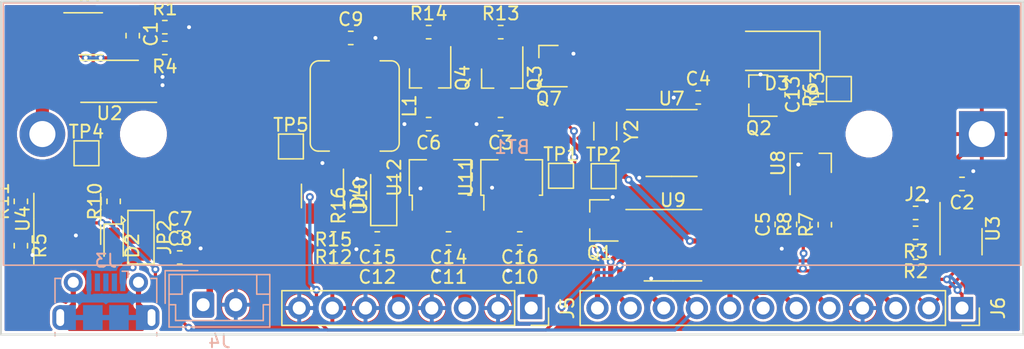
<source format=kicad_pcb>
(kicad_pcb (version 20171130) (host pcbnew "(5.1.7)-1")
  (layers (0 F.Cu signal) (31 B.Cu signal) (34 B.Paste user) (35 F.Paste user) (36 B.SilkS user hide) (37 F.SilkS user hide) (38 B.Mask user) (39 F.Mask user) (44 Edge.Cuts user))
  (net 0 "")
  (net 1 "Net-(C1-Pad1)")
  (net 2 "/Battery Module/VBAT")
  (net 3 GND)
  (net 4 "Net-(C6-Pad1)")
  (net 5 "/RTC and Cut-Off Module/V_I2C")
  (net 6 "Net-(D2-Pad1)")
  (net 7 "Net-(D4-Pad2)")
  (net 8 "Net-(J2-Pad1)")
  (net 9 "Net-(J4-Pad1)")
  (net 10 "/Charging Module/SDA")
  (net 11 "/Charging Module/SCL")
  (net 12 "/Charging Module/INT")
  (net 13 "Net-(Q3-Pad1)")
  (net 14 "Net-(R1-Pad1)")
  (net 15 "Net-(R2-Pad1)")
  (net 16 "Net-(R3-Pad1)")
  (net 17 "Net-(R5-Pad1)")
  (net 18 "/Charging Module/STDBY")
  (net 19 "Net-(U1-Pad4)")
  (net 20 "Net-(U1-Pad3)")
  (net 21 "Net-(U1-Pad1)")
  (net 22 "Net-(U2-Pad8)")
  (net 23 "Net-(U2-Pad1)")
  (net 24 "Net-(U3-Pad4)")
  (net 25 "Net-(U7-Pad7)")
  (net 26 "Net-(U7-Pad2)")
  (net 27 "Net-(U7-Pad1)")
  (net 28 "Net-(U9-Pad3)")
  (net 29 "Net-(J3-Pad4)")
  (net 30 "Net-(TP4-Pad1)")
  (net 31 "Net-(J3-Pad6)")
  (net 32 "Net-(BT1-Pad2)")
  (net 33 "Net-(C3-Pad1)")
  (net 34 "/Charging Module/VCHARGE")
  (net 35 "/Charging Module/VBUS")
  (net 36 "/Regulator Module/3v3")
  (net 37 "/RTC and Cut-Off Module/3v3_MCU")
  (net 38 "/Regulator Module/5V")
  (net 39 "Net-(C13-Pad2)")
  (net 40 "/Charging Module/D+")
  (net 41 "/Charging Module/D-")
  (net 42 "/RTC and Cut-Off Module/IO_INT")
  (net 43 "/RTC and Cut-Off Module/3v3V_EN")
  (net 44 "/RTC and Cut-Off Module/5V_EN")
  (net 45 "/Charging Module/CHARGE-DISABLE")
  (net 46 "/RTC and Cut-Off Module/IO4")
  (net 47 "/RTC and Cut-Off Module/IO5")
  (net 48 "/RTC and Cut-Off Module/IO6")
  (net 49 "/RTC and Cut-Off Module/IO7")
  (net 50 "Net-(R12-Pad2)")
  (net 51 "Net-(R16-Pad1)")
  (module Package_SO:TSSOP-8_4.4x3mm_P0.65mm (layer F.Cu) (at 110.3045 101.0645 180)
    (fp_text reference U2 (at 0 -2.45) (layer F.SilkS))
    (fp_text value FS8205A)
    (pad 8 smd roundrect (at 2.8625 -0.975 180) (size 1.475 0.4) (layers F.Cu F.Paste F.Mask) (net 22 "Net-(U2-Pad8)"))
    (pad 7 smd roundrect (at 2.8625 -0.325 180) (size 1.475 0.4) (layers F.Cu F.Paste F.Mask) (net 32 "Net-(BT1-Pad2)"))
    (pad 6 smd roundrect (at 2.8625 0.325 180) (size 1.475 0.4) (layers F.Cu F.Paste F.Mask) (net 32 "Net-(BT1-Pad2)"))
    (pad 5 smd roundrect (at 2.8625 0.975 180) (size 1.475 0.4) (layers F.Cu F.Paste F.Mask) (net 21 "Net-(U1-Pad1)"))
    (pad 4 smd roundrect (at -2.8625 0.975 180) (size 1.475 0.4) (layers F.Cu F.Paste F.Mask) (net 20 "Net-(U1-Pad3)"))
    (pad 3 smd roundrect (at -2.8625 0.325 180) (size 1.475 0.4) (layers F.Cu F.Paste F.Mask) (net 3 GND))
    (pad 2 smd roundrect (at -2.8625 -0.325 180) (size 1.475 0.4) (layers F.Cu F.Paste F.Mask) (net 3 GND))
    (pad 1 smd roundrect (at -2.8625 -0.975 180) (size 1.475 0.4) (layers F.Cu F.Paste F.Mask) (net 23 "Net-(U2-Pad1)"))
  )
  (module Connector_JST:JST_EH_B2B-EH-A_1x02_P2.50mm_Vertical (layer B.Cu) (at 117.475 118.187)
    (fp_text reference J4 (at 1.25 2.8) (layer B.SilkS) (effects (justify mirror)))
    (fp_text value "Solar in")
    (pad 2 thru_hole oval (at 2.5 0) (size 1.7 2) (drill 1) (layers *.Cu *.Mask) (net 3 GND))
    (pad 1 thru_hole roundrect (at 0 0) (size 1.7 2) (drill 1) (layers *.Cu *.Mask) (roundrect_rratio 0.147059) (net 9 "Net-(J4-Pad1)"))
  )
  (module Crystal:Crystal_SMD_3215-2Pin_3.2x1.5mm (layer F.Cu) (at 148.2979 104.8828 270)
    (fp_text reference Y2 (at 0 -2 90) (layer F.SilkS))
    (fp_text value 32.768KHz)
    (pad 2 smd rect (at -1.25 0 270) (size 1 1.8) (layers F.Cu F.Paste F.Mask) (net 27 "Net-(U7-Pad1)"))
    (pad 1 smd rect (at 1.25 0 270) (size 1 1.8) (layers F.Cu F.Paste F.Mask) (net 26 "Net-(U7-Pad2)"))
  )
  (module Package_TO_SOT_SMD:SOT-89-3_Handsoldering (layer F.Cu) (at 135.636 108.7345 90)
    (fp_text reference U12 (at 0.3 -3.5 90) (layer F.SilkS))
    (fp_text value ME6210A33P)
    (pad 2 smd custom (at -2.0625 0 90) (size 2.475 0.9) (layers F.Cu F.Paste F.Mask) (net 4 "Net-(C6-Pad1)") (options (clearance outline) (anchor rect)) (primitives (gr_poly (pts (xy 1.2375 -0.8665) (xy 5.3625 -0.8665) (xy 5.3625 0.8665) (xy 1.2375 0.8665)) (width 0))))
    (pad 3 smd rect (at -2.15 1.5 90) (size 2.3 0.9) (layers F.Cu F.Paste F.Mask) (net 37 "/RTC and Cut-Off Module/3v3_MCU"))
    (pad 1 smd rect (at -2.15 -1.5 90) (size 2.3 0.9) (layers F.Cu F.Paste F.Mask) (net 3 GND))
  )
  (module Package_TO_SOT_SMD:SOT-89-3_Handsoldering (layer F.Cu) (at 141.121 108.7345 90)
    (fp_text reference U11 (at 0.3 -3.5 90) (layer F.SilkS))
    (fp_text value ME6210A33P)
    (pad 2 smd custom (at -2.0625 0 90) (size 2.475 0.9) (layers F.Cu F.Paste F.Mask) (net 33 "Net-(C3-Pad1)") (options (clearance outline) (anchor rect)) (primitives (gr_poly (pts (xy 1.2375 -0.8665) (xy 5.3625 -0.8665) (xy 5.3625 0.8665) (xy 1.2375 0.8665)) (width 0))))
    (pad 3 smd rect (at -2.15 1.5 90) (size 2.3 0.9) (layers F.Cu F.Paste F.Mask) (net 36 "/Regulator Module/3v3"))
    (pad 1 smd rect (at -2.15 -1.5 90) (size 2.3 0.9) (layers F.Cu F.Paste F.Mask) (net 3 GND))
  )
  (module Package_TO_SOT_SMD:SOT-23-6_Handsoldering (layer F.Cu) (at 126.6215 109.852 270)
    (fp_text reference U10 (at 0 -2.9 90) (layer F.SilkS))
    (fp_text value FP6291LR)
    (pad 5 smd rect (at 1.35 0 270) (size 1.56 0.65) (layers F.Cu F.Paste F.Mask) (net 2 "/Battery Module/VBAT"))
    (pad 6 smd rect (at 1.35 -0.95 270) (size 1.56 0.65) (layers F.Cu F.Paste F.Mask) (net 51 "Net-(R16-Pad1)"))
    (pad 4 smd rect (at 1.35 0.95 270) (size 1.56 0.65) (layers F.Cu F.Paste F.Mask) (net 44 "/RTC and Cut-Off Module/5V_EN"))
    (pad 3 smd rect (at -1.35 0.95 270) (size 1.56 0.65) (layers F.Cu F.Paste F.Mask) (net 50 "Net-(R12-Pad2)"))
    (pad 2 smd rect (at -1.35 0 270) (size 1.56 0.65) (layers F.Cu F.Paste F.Mask) (net 3 GND))
    (pad 1 smd rect (at -1.35 -0.95 270) (size 1.56 0.65) (layers F.Cu F.Paste F.Mask) (net 7 "Net-(D4-Pad2)"))
  )
  (module Package_SO:TSSOP-16_4.4x5mm_P0.65mm (layer F.Cu) (at 153.4845 113.626)
    (fp_text reference U9 (at 0 -3.45) (layer F.SilkS))
    (fp_text value TCA6408A)
    (pad 16 smd roundrect (at 2.8625 -2.275) (size 1.475 0.4) (layers F.Cu F.Paste F.Mask) (net 2 "/Battery Module/VBAT"))
    (pad 15 smd roundrect (at 2.8625 -1.625) (size 1.475 0.4) (layers F.Cu F.Paste F.Mask) (net 10 "/Charging Module/SDA"))
    (pad 14 smd roundrect (at 2.8625 -0.975) (size 1.475 0.4) (layers F.Cu F.Paste F.Mask) (net 11 "/Charging Module/SCL"))
    (pad 13 smd roundrect (at 2.8625 -0.325) (size 1.475 0.4) (layers F.Cu F.Paste F.Mask) (net 12 "/Charging Module/INT"))
    (pad 12 smd roundrect (at 2.8625 0.325) (size 1.475 0.4) (layers F.Cu F.Paste F.Mask) (net 49 "/RTC and Cut-Off Module/IO7"))
    (pad 11 smd roundrect (at 2.8625 0.975) (size 1.475 0.4) (layers F.Cu F.Paste F.Mask) (net 48 "/RTC and Cut-Off Module/IO6"))
    (pad 10 smd roundrect (at 2.8625 1.625) (size 1.475 0.4) (layers F.Cu F.Paste F.Mask) (net 47 "/RTC and Cut-Off Module/IO5"))
    (pad 9 smd roundrect (at 2.8625 2.275) (size 1.475 0.4) (layers F.Cu F.Paste F.Mask) (net 46 "/RTC and Cut-Off Module/IO4"))
    (pad 8 smd roundrect (at -2.8625 2.275) (size 1.475 0.4) (layers F.Cu F.Paste F.Mask) (net 3 GND))
    (pad 7 smd roundrect (at -2.8625 1.625) (size 1.475 0.4) (layers F.Cu F.Paste F.Mask) (net 45 "/Charging Module/CHARGE-DISABLE"))
    (pad 6 smd roundrect (at -2.8625 0.975) (size 1.475 0.4) (layers F.Cu F.Paste F.Mask) (net 44 "/RTC and Cut-Off Module/5V_EN"))
    (pad 5 smd roundrect (at -2.8625 0.325) (size 1.475 0.4) (layers F.Cu F.Paste F.Mask) (net 43 "/RTC and Cut-Off Module/3v3V_EN"))
    (pad 4 smd roundrect (at -2.8625 -0.325) (size 1.475 0.4) (layers F.Cu F.Paste F.Mask) (net 42 "/RTC and Cut-Off Module/IO_INT"))
    (pad 3 smd roundrect (at -2.8625 -0.975) (size 1.475 0.4) (layers F.Cu F.Paste F.Mask) (net 28 "Net-(U9-Pad3)"))
    (pad 2 smd roundrect (at -2.8625 -1.625) (size 1.475 0.4) (layers F.Cu F.Paste F.Mask) (net 2 "/Battery Module/VBAT"))
    (pad 1 smd roundrect (at -2.8625 -2.275) (size 1.475 0.4) (layers F.Cu F.Paste F.Mask) (net 2 "/Battery Module/VBAT"))
  )
  (module Package_TO_SOT_SMD:SOT-23_Handsoldering (layer F.Cu) (at 164.0434 107.3412 90)
    (fp_text reference U8 (at 0 -2.5 90) (layer F.SilkS))
    (fp_text value XC6206P332MR)
    (pad 3 smd rect (at 1.5 0 90) (size 1.9 0.8) (layers F.Cu F.Paste F.Mask) (net 2 "/Battery Module/VBAT"))
    (pad 2 smd rect (at -1.5 0.95 90) (size 1.9 0.8) (layers F.Cu F.Paste F.Mask) (net 5 "/RTC and Cut-Off Module/V_I2C"))
    (pad 1 smd rect (at -1.5 -0.95 90) (size 1.9 0.8) (layers F.Cu F.Paste F.Mask) (net 3 GND))
  )
  (module Package_SO:SOIC-8_3.9x4.9mm_P1.27mm (layer F.Cu) (at 153.3779 105.7918)
    (fp_text reference U7 (at 0 -3.4) (layer F.SilkS))
    (fp_text value PCF8563T)
    (pad 8 smd roundrect (at 2.475 -1.905) (size 1.95 0.6) (layers F.Cu F.Paste F.Mask) (net 2 "/Battery Module/VBAT"))
    (pad 7 smd roundrect (at 2.475 -0.635) (size 1.95 0.6) (layers F.Cu F.Paste F.Mask) (net 25 "Net-(U7-Pad7)"))
    (pad 6 smd roundrect (at 2.475 0.635) (size 1.95 0.6) (layers F.Cu F.Paste F.Mask) (net 11 "/Charging Module/SCL"))
    (pad 5 smd roundrect (at 2.475 1.905) (size 1.95 0.6) (layers F.Cu F.Paste F.Mask) (net 10 "/Charging Module/SDA"))
    (pad 4 smd roundrect (at -2.475 1.905) (size 1.95 0.6) (layers F.Cu F.Paste F.Mask) (net 3 GND))
    (pad 3 smd roundrect (at -2.475 0.635) (size 1.95 0.6) (layers F.Cu F.Paste F.Mask) (net 12 "/Charging Module/INT"))
    (pad 2 smd roundrect (at -2.475 -0.635) (size 1.95 0.6) (layers F.Cu F.Paste F.Mask) (net 26 "Net-(U7-Pad2)"))
    (pad 1 smd roundrect (at -2.475 -1.905) (size 1.95 0.6) (layers F.Cu F.Paste F.Mask) (net 27 "Net-(U7-Pad1)"))
  )
  (module Package_SO:SOP-8_3.9x4.9mm_P1.27mm (layer F.Cu) (at 107.061 111.6045 90)
    (fp_text reference U4 (at 0 -3.4 90) (layer F.SilkS))
    (fp_text value TP4056)
    (pad 8 smd roundrect (at 2.625 -1.905 90) (size 1.65 0.6) (layers F.Cu F.Paste F.Mask) (net 45 "/Charging Module/CHARGE-DISABLE"))
    (pad 7 smd roundrect (at 2.625 -0.635 90) (size 1.65 0.6) (layers F.Cu F.Paste F.Mask) (net 30 "Net-(TP4-Pad1)"))
    (pad 6 smd roundrect (at 2.625 0.635 90) (size 1.65 0.6) (layers F.Cu F.Paste F.Mask) (net 18 "/Charging Module/STDBY"))
    (pad 5 smd roundrect (at 2.625 1.905 90) (size 1.65 0.6) (layers F.Cu F.Paste F.Mask) (net 2 "/Battery Module/VBAT"))
    (pad 4 smd roundrect (at -2.625 1.905 90) (size 1.65 0.6) (layers F.Cu F.Paste F.Mask) (net 34 "/Charging Module/VCHARGE"))
    (pad 3 smd roundrect (at -2.625 0.635 90) (size 1.65 0.6) (layers F.Cu F.Paste F.Mask) (net 3 GND))
    (pad 2 smd roundrect (at -2.625 -0.635 90) (size 1.65 0.6) (layers F.Cu F.Paste F.Mask) (net 17 "Net-(R5-Pad1)"))
    (pad 1 smd roundrect (at -2.625 -1.905 90) (size 1.65 0.6) (layers F.Cu F.Paste F.Mask) (net 3 GND))
  )
  (module Package_DFN_QFN:WDFN-8-1EP_4x3mm_P0.65mm_EP2.4x1.8mm (layer F.Cu) (at 175.5648 112.3577 270)
    (fp_text reference U3 (at 0 -2.45 90) (layer F.SilkS))
    (fp_text value LC709203FQH)
    (pad 9 smd rect (at 0 0 270) (size 2.4 1.8) (layers F.Cu F.Mask))
    (pad 8 smd roundrect (at 1.9 -0.975 270) (size 0.9 0.25) (layers F.Cu F.Paste F.Mask) (net 11 "/Charging Module/SCL"))
    (pad 7 smd roundrect (at 1.9 -0.325 270) (size 0.9 0.25) (layers F.Cu F.Paste F.Mask) (net 10 "/Charging Module/SDA"))
    (pad 6 smd roundrect (at 1.9 0.325 270) (size 0.9 0.25) (layers F.Cu F.Paste F.Mask) (net 15 "Net-(R2-Pad1)"))
    (pad 5 smd roundrect (at 1.9 0.975 270) (size 0.9 0.25) (layers F.Cu F.Paste F.Mask) (net 16 "Net-(R3-Pad1)"))
    (pad 4 smd roundrect (at -1.9 0.975 270) (size 0.9 0.25) (layers F.Cu F.Paste F.Mask) (net 24 "Net-(U3-Pad4)"))
    (pad 3 smd roundrect (at -1.9 0.325 270) (size 0.9 0.25) (layers F.Cu F.Paste F.Mask) (net 2 "/Battery Module/VBAT"))
    (pad 2 smd roundrect (at -1.9 -0.325 270) (size 0.9 0.25) (layers F.Cu F.Paste F.Mask) (net 3 GND))
    (pad 1 smd roundrect (at -1.9 -0.975 270) (size 0.9 0.25) (layers F.Cu F.Paste F.Mask) (net 3 GND))
  )
  (module Package_TO_SOT_SMD:SOT-23-6_Handsoldering (layer F.Cu) (at 108.8555 97.42)
    (fp_text reference U1 (at 0 -2.9) (layer F.SilkS))
    (fp_text value FS312F-G)
    (pad 5 smd rect (at 1.35 0) (size 1.56 0.65) (layers F.Cu F.Paste F.Mask) (net 1 "Net-(C1-Pad1)"))
    (pad 6 smd rect (at 1.35 -0.95) (size 1.56 0.65) (layers F.Cu F.Paste F.Mask) (net 32 "Net-(BT1-Pad2)"))
    (pad 4 smd rect (at 1.35 0.95) (size 1.56 0.65) (layers F.Cu F.Paste F.Mask) (net 19 "Net-(U1-Pad4)"))
    (pad 3 smd rect (at -1.35 0.95) (size 1.56 0.65) (layers F.Cu F.Paste F.Mask) (net 20 "Net-(U1-Pad3)"))
    (pad 2 smd rect (at -1.35 0) (size 1.56 0.65) (layers F.Cu F.Paste F.Mask) (net 14 "Net-(R1-Pad1)"))
    (pad 1 smd rect (at -1.35 -0.95) (size 1.56 0.65) (layers F.Cu F.Paste F.Mask) (net 21 "Net-(U1-Pad1)"))
  )
  (module TestPoint:TestPoint_Pad_1.5x1.5mm (layer F.Cu) (at 124.206 106.0585)
    (fp_text reference TP5 (at 0 -1.648) (layer F.SilkS))
    (fp_text value TestPoint)
    (pad 1 smd rect (at 0 0) (size 1.5 1.5) (layers F.Cu F.Mask) (net 7 "Net-(D4-Pad2)"))
  )
  (module TestPoint:TestPoint_Pad_1.5x1.5mm (layer F.Cu) (at 108.5342 106.5792)
    (fp_text reference TP4 (at 0 -1.648) (layer F.SilkS))
    (fp_text value TestPoint)
    (pad 1 smd rect (at 0 0) (size 1.5 1.5) (layers F.Cu F.Mask) (net 30 "Net-(TP4-Pad1)"))
  )
  (module TestPoint:TestPoint_Pad_1.5x1.5mm (layer F.Cu) (at 166.2049 101.6516 90)
    (fp_text reference TP3 (at 0 -1.648 90) (layer F.SilkS))
    (fp_text value TestPoint)
    (pad 1 smd rect (at 0 0 90) (size 1.5 1.5) (layers F.Cu F.Mask) (net 39 "Net-(C13-Pad2)"))
  )
  (module TestPoint:TestPoint_Pad_1.5x1.5mm (layer F.Cu) (at 148.1709 108.3318)
    (fp_text reference TP2 (at 0 -1.648) (layer F.SilkS))
    (fp_text value TestPoint)
    (pad 1 smd rect (at 0 0) (size 1.5 1.5) (layers F.Cu F.Mask) (net 12 "/Charging Module/INT"))
  )
  (module TestPoint:TestPoint_Pad_1.5x1.5mm (layer F.Cu) (at 144.907 108.3064)
    (fp_text reference TP1 (at 0 -1.648) (layer F.SilkS))
    (fp_text value TestPoint)
    (pad 1 smd rect (at 0 0) (size 1.5 1.5) (layers F.Cu F.Mask) (net 33 "Net-(C3-Pad1)"))
  )
  (module Resistor_SMD:R_0603_1608Metric_Pad1.05x0.95mm_HandSolder (layer F.Cu) (at 129.286 110.581 90)
    (fp_text reference R16 (at 0 -1.43 90) (layer F.SilkS))
    (fp_text value 22k)
    (pad 2 smd roundrect (at 0.875 0 90) (size 1.05 0.95) (layers F.Cu F.Paste F.Mask) (net 3 GND))
    (pad 1 smd roundrect (at -0.875 0 90) (size 1.05 0.95) (layers F.Cu F.Paste F.Mask) (net 51 "Net-(R16-Pad1)"))
  )
  (module Resistor_SMD:R_0603_1608Metric_Pad1.05x0.95mm_HandSolder (layer F.Cu) (at 127.4585 114.631)
    (fp_text reference R15 (at 0 -1.43) (layer F.SilkS))
    (fp_text value 22k)
    (pad 2 smd roundrect (at 0.875 0) (size 1.05 0.95) (layers F.Cu F.Paste F.Mask) (net 3 GND))
    (pad 1 smd roundrect (at -0.875 0) (size 1.05 0.95) (layers F.Cu F.Paste F.Mask) (net 50 "Net-(R12-Pad2)"))
  )
  (module Resistor_SMD:R_0603_1608Metric_Pad1.05x0.95mm_HandSolder (layer F.Cu) (at 134.761 97.2955)
    (fp_text reference R14 (at 0 -1.43) (layer F.SilkS))
    (fp_text value 180k)
    (pad 2 smd roundrect (at 0.875 0) (size 1.05 0.95) (layers F.Cu F.Paste F.Mask) (net 12 "/Charging Module/INT"))
    (pad 1 smd roundrect (at -0.875 0) (size 1.05 0.95) (layers F.Cu F.Paste F.Mask) (net 2 "/Battery Module/VBAT"))
  )
  (module Resistor_SMD:R_0603_1608Metric_Pad1.05x0.95mm_HandSolder (layer F.Cu) (at 140.2855 97.2955)
    (fp_text reference R13 (at 0 -1.43) (layer F.SilkS))
    (fp_text value 180k)
    (pad 2 smd roundrect (at 0.875 0) (size 1.05 0.95) (layers F.Cu F.Paste F.Mask) (net 13 "Net-(Q3-Pad1)"))
    (pad 1 smd roundrect (at -0.875 0) (size 1.05 0.95) (layers F.Cu F.Paste F.Mask) (net 2 "/Battery Module/VBAT"))
  )
  (module Resistor_SMD:R_0603_1608Metric_Pad1.05x0.95mm_HandSolder (layer F.Cu) (at 127.4585 113.107 180)
    (fp_text reference R12 (at 0 -1.43) (layer F.SilkS))
    (fp_text value 180k)
    (pad 2 smd roundrect (at 0.875 0 180) (size 1.05 0.95) (layers F.Cu F.Paste F.Mask) (net 50 "Net-(R12-Pad2)"))
    (pad 1 smd roundrect (at -0.875 0 180) (size 1.05 0.95) (layers F.Cu F.Paste F.Mask) (net 38 "/Regulator Module/5V"))
  )
  (module Resistor_SMD:R_0603_1608Metric_Pad1.05x0.95mm_HandSolder (layer F.Cu) (at 103.505 110.2635 90)
    (fp_text reference R11 (at 0 -1.43 90) (layer F.SilkS))
    (fp_text value 180k)
    (pad 2 smd roundrect (at 0.875 0 90) (size 1.05 0.95) (layers F.Cu F.Paste F.Mask) (net 45 "/Charging Module/CHARGE-DISABLE"))
    (pad 1 smd roundrect (at -0.875 0 90) (size 1.05 0.95) (layers F.Cu F.Paste F.Mask) (net 2 "/Battery Module/VBAT"))
  )
  (module Resistor_SMD:R_0603_1608Metric_Pad1.05x0.95mm_HandSolder (layer F.Cu) (at 110.617 110.2635 90)
    (fp_text reference R10 (at 0 -1.43 90) (layer F.SilkS))
    (fp_text value 1k)
    (pad 2 smd roundrect (at 0.875 0 90) (size 1.05 0.95) (layers F.Cu F.Paste F.Mask) (net 18 "/Charging Module/STDBY"))
    (pad 1 smd roundrect (at -0.875 0 90) (size 1.05 0.95) (layers F.Cu F.Paste F.Mask) (net 6 "Net-(D2-Pad1)"))
  )
  (module Resistor_SMD:R_0603_1608Metric_Pad1.05x0.95mm_HandSolder (layer F.Cu) (at 163.4744 112.0262 90)
    (fp_text reference R8 (at 0 -1.43 90) (layer F.SilkS))
    (fp_text value 10k)
    (pad 2 smd roundrect (at 0.875 0 90) (size 1.05 0.95) (layers F.Cu F.Paste F.Mask) (net 5 "/RTC and Cut-Off Module/V_I2C"))
    (pad 1 smd roundrect (at -0.875 0 90) (size 1.05 0.95) (layers F.Cu F.Paste F.Mask) (net 11 "/Charging Module/SCL"))
  )
  (module Resistor_SMD:R_0603_1608Metric_Pad1.05x0.95mm_HandSolder (layer F.Cu) (at 165.1254 112.0542 90)
    (fp_text reference R7 (at 0 -1.43 90) (layer F.SilkS))
    (fp_text value 10k)
    (pad 2 smd roundrect (at 0.875 0 90) (size 1.05 0.95) (layers F.Cu F.Paste F.Mask) (net 5 "/RTC and Cut-Off Module/V_I2C"))
    (pad 1 smd roundrect (at -0.875 0 90) (size 1.05 0.95) (layers F.Cu F.Paste F.Mask) (net 10 "/Charging Module/SDA"))
  )
  (module Resistor_SMD:R_0603_1608Metric_Pad1.05x0.95mm_HandSolder (layer F.Cu) (at 162.5854 102.0821 270)
    (fp_text reference R6 (at 0 -1.43 90) (layer F.SilkS))
    (fp_text value 1M)
    (pad 2 smd roundrect (at 0.875 0 270) (size 1.05 0.95) (layers F.Cu F.Paste F.Mask) (net 39 "Net-(C13-Pad2)"))
    (pad 1 smd roundrect (at -0.875 0 270) (size 1.05 0.95) (layers F.Cu F.Paste F.Mask) (net 3 GND))
  )
  (module Resistor_SMD:R_0603_1608Metric_Pad1.05x0.95mm_HandSolder (layer F.Cu) (at 103.505 113.6645 270)
    (fp_text reference R5 (at 0 -1.43 90) (layer F.SilkS))
    (fp_text value 1.8k)
    (pad 2 smd roundrect (at 0.875 0 270) (size 1.05 0.95) (layers F.Cu F.Paste F.Mask) (net 3 GND))
    (pad 1 smd roundrect (at -0.875 0 270) (size 1.05 0.95) (layers F.Cu F.Paste F.Mask) (net 17 "Net-(R5-Pad1)"))
  )
  (module Resistor_SMD:R_0603_1608Metric_Pad1.05x0.95mm_HandSolder (layer F.Cu) (at 114.54 98.502 180)
    (fp_text reference R4 (at 0 -1.43) (layer F.SilkS))
    (fp_text value 100)
    (pad 2 smd roundrect (at 0.875 0 180) (size 1.05 0.95) (layers F.Cu F.Paste F.Mask) (net 1 "Net-(C1-Pad1)"))
    (pad 1 smd roundrect (at -0.875 0 180) (size 1.05 0.95) (layers F.Cu F.Paste F.Mask) (net 2 "/Battery Module/VBAT"))
  )
  (module Resistor_SMD:R_0603_1608Metric_Pad1.05x0.95mm_HandSolder (layer F.Cu) (at 172.0863 112.6752 180)
    (fp_text reference R3 (at 0 -1.43) (layer F.SilkS))
    (fp_text value 10k)
    (pad 2 smd roundrect (at 0.875 0 180) (size 1.05 0.95) (layers F.Cu F.Paste F.Mask) (net 8 "Net-(J2-Pad1)"))
    (pad 1 smd roundrect (at -0.875 0 180) (size 1.05 0.95) (layers F.Cu F.Paste F.Mask) (net 16 "Net-(R3-Pad1)"))
  )
  (module Resistor_SMD:R_0603_1608Metric_Pad1.05x0.95mm_HandSolder (layer F.Cu) (at 172.0863 114.1992 180)
    (fp_text reference R2 (at 0 -1.43) (layer F.SilkS))
    (fp_text value 100)
    (pad 2 smd roundrect (at 0.875 0 180) (size 1.05 0.95) (layers F.Cu F.Paste F.Mask) (net 8 "Net-(J2-Pad1)"))
    (pad 1 smd roundrect (at -0.875 0 180) (size 1.05 0.95) (layers F.Cu F.Paste F.Mask) (net 15 "Net-(R2-Pad1)"))
  )
  (module Resistor_SMD:R_0603_1608Metric_Pad1.05x0.95mm_HandSolder (layer F.Cu) (at 114.54 96.9145)
    (fp_text reference R1 (at 0 -1.43) (layer F.SilkS))
    (fp_text value 1k)
    (pad 2 smd roundrect (at 0.875 0) (size 1.05 0.95) (layers F.Cu F.Paste F.Mask) (net 3 GND))
    (pad 1 smd roundrect (at -0.875 0) (size 1.05 0.95) (layers F.Cu F.Paste F.Mask) (net 14 "Net-(R1-Pad1)"))
  )
  (module Package_TO_SOT_SMD:SOT-23 (layer F.Cu) (at 143.9705 99.8965 180)
    (fp_text reference Q7 (at 0 -2.5) (layer F.SilkS))
    (fp_text value 2N7002)
    (pad 3 smd rect (at 1 0 180) (size 0.9 0.8) (layers F.Cu F.Paste F.Mask) (net 13 "Net-(Q3-Pad1)"))
    (pad 2 smd rect (at -1 0.95 180) (size 0.9 0.8) (layers F.Cu F.Paste F.Mask) (net 3 GND))
    (pad 1 smd rect (at -1 -0.95 180) (size 0.9 0.8) (layers F.Cu F.Paste F.Mask) (net 43 "/RTC and Cut-Off Module/3v3V_EN"))
  )
  (module Package_TO_SOT_SMD:SOT-23_Handsoldering (layer F.Cu) (at 134.874 100.812 270)
    (fp_text reference Q4 (at 0 -2.5 90) (layer F.SilkS))
    (fp_text value AO3401A)
    (pad 3 smd rect (at 1.5 0 270) (size 1.9 0.8) (layers F.Cu F.Paste F.Mask) (net 4 "Net-(C6-Pad1)"))
    (pad 2 smd rect (at -1.5 0.95 270) (size 1.9 0.8) (layers F.Cu F.Paste F.Mask) (net 2 "/Battery Module/VBAT"))
    (pad 1 smd rect (at -1.5 -0.95 270) (size 1.9 0.8) (layers F.Cu F.Paste F.Mask) (net 12 "/Charging Module/INT"))
  )
  (module Package_TO_SOT_SMD:SOT-23_Handsoldering (layer F.Cu) (at 140.3985 100.8275 270)
    (fp_text reference Q3 (at 0 -2.5 90) (layer F.SilkS))
    (fp_text value AO3401A)
    (pad 3 smd rect (at 1.5 0 270) (size 1.9 0.8) (layers F.Cu F.Paste F.Mask) (net 33 "Net-(C3-Pad1)"))
    (pad 2 smd rect (at -1.5 0.95 270) (size 1.9 0.8) (layers F.Cu F.Paste F.Mask) (net 2 "/Battery Module/VBAT"))
    (pad 1 smd rect (at -1.5 -0.95 270) (size 1.9 0.8) (layers F.Cu F.Paste F.Mask) (net 13 "Net-(Q3-Pad1)"))
  )
  (module Package_TO_SOT_SMD:SOT-23 (layer F.Cu) (at 160.0614 102.1621 180)
    (fp_text reference Q2 (at 0 -2.5) (layer F.SilkS))
    (fp_text value 2N7002)
    (pad 3 smd rect (at 1 0 180) (size 0.9 0.8) (layers F.Cu F.Paste F.Mask) (net 12 "/Charging Module/INT"))
    (pad 2 smd rect (at -1 0.95 180) (size 0.9 0.8) (layers F.Cu F.Paste F.Mask) (net 3 GND))
    (pad 1 smd rect (at -1 -0.95 180) (size 0.9 0.8) (layers F.Cu F.Paste F.Mask) (net 39 "Net-(C13-Pad2)"))
  )
  (module Package_TO_SOT_SMD:SOT-23 (layer F.Cu) (at 147.8694 111.7252 180)
    (fp_text reference Q1 (at 0 -2.5) (layer F.SilkS))
    (fp_text value 2N7002)
    (pad 3 smd rect (at 1 0 180) (size 0.9 0.8) (layers F.Cu F.Paste F.Mask) (net 12 "/Charging Module/INT"))
    (pad 2 smd rect (at -1 0.95 180) (size 0.9 0.8) (layers F.Cu F.Paste F.Mask) (net 3 GND))
    (pad 1 smd rect (at -1 -0.95 180) (size 0.9 0.8) (layers F.Cu F.Paste F.Mask) (net 42 "/RTC and Cut-Off Module/IO_INT"))
  )
  (module Inductor_SMD:L_Bourns_SRP7028A_7.3x6.6mm (layer F.Cu) (at 129.0955 102.9525 270)
    (fp_text reference L1 (at 0 -4.2 90) (layer F.SilkS))
    (fp_text value 3.3u)
    (pad 2 smd rect (at 2.725 0 270) (size 2.95 3.5) (layers F.Cu F.Paste F.Mask) (net 7 "Net-(D4-Pad2)"))
    (pad 1 smd rect (at -2.725 0 270) (size 2.95 3.5) (layers F.Cu F.Paste F.Mask) (net 2 "/Battery Module/VBAT"))
  )
  (module Jumper:SolderJumper-3_P1.3mm_Open_Pad1.0x1.5mm (layer F.Cu) (at 112.7125 113.0135 270)
    (fp_text reference JP2 (at 0 -1.8 90) (layer F.SilkS))
    (fp_text value CHRG_Jumper)
    (pad 1 smd rect (at -1.3 0 270) (size 1 1.5) (layers F.Cu F.Mask) (net 9 "Net-(J4-Pad1)"))
    (pad 2 smd rect (at 0 0 270) (size 1 1.5) (layers F.Cu F.Mask) (net 34 "/Charging Module/VCHARGE"))
    (pad 3 smd rect (at 1.3 0 270) (size 1 1.5) (layers F.Cu F.Mask) (net 35 "/Charging Module/VBUS"))
  )
  (module Connector_PinSocket_2.54mm:PinSocket_1x12_P2.54mm_Vertical (layer F.Cu) (at 175.641 118.441 270)
    (fp_text reference J6 (at 0 -2.77 90) (layer F.SilkS))
    (fp_text value Conn_01x12_Female)
    (pad 1 thru_hole rect (at 0 0 270) (size 1.7 1.7) (drill 1) (layers *.Cu *.Mask) (net 10 "/Charging Module/SDA"))
    (pad 2 thru_hole oval (at 0 2.54 270) (size 1.7 1.7) (drill 1) (layers *.Cu *.Mask) (net 11 "/Charging Module/SCL"))
    (pad 3 thru_hole oval (at 0 5.08 270) (size 1.7 1.7) (drill 1) (layers *.Cu *.Mask) (net 12 "/Charging Module/INT"))
    (pad 4 thru_hole oval (at 0 7.62 270) (size 1.7 1.7) (drill 1) (layers *.Cu *.Mask) (net 3 GND))
    (pad 5 thru_hole oval (at 0 10.16 270) (size 1.7 1.7) (drill 1) (layers *.Cu *.Mask) (net 49 "/RTC and Cut-Off Module/IO7"))
    (pad 6 thru_hole oval (at 0 12.7 270) (size 1.7 1.7) (drill 1) (layers *.Cu *.Mask) (net 48 "/RTC and Cut-Off Module/IO6"))
    (pad 7 thru_hole oval (at 0 15.24 270) (size 1.7 1.7) (drill 1) (layers *.Cu *.Mask) (net 47 "/RTC and Cut-Off Module/IO5"))
    (pad 8 thru_hole oval (at 0 17.78 270) (size 1.7 1.7) (drill 1) (layers *.Cu *.Mask) (net 46 "/RTC and Cut-Off Module/IO4"))
    (pad 9 thru_hole oval (at 0 20.32 270) (size 1.7 1.7) (drill 1) (layers *.Cu *.Mask) (net 45 "/Charging Module/CHARGE-DISABLE"))
    (pad 10 thru_hole oval (at 0 22.86 270) (size 1.7 1.7) (drill 1) (layers *.Cu *.Mask) (net 44 "/RTC and Cut-Off Module/5V_EN"))
    (pad 11 thru_hole oval (at 0 25.4 270) (size 1.7 1.7) (drill 1) (layers *.Cu *.Mask) (net 43 "/RTC and Cut-Off Module/3v3V_EN"))
    (pad 12 thru_hole oval (at 0 27.94 270) (size 1.7 1.7) (drill 1) (layers *.Cu *.Mask) (net 42 "/RTC and Cut-Off Module/IO_INT"))
  )
  (module Connector_PinSocket_2.54mm:PinSocket_1x08_P2.54mm_Vertical (layer F.Cu) (at 142.621 118.441 270)
    (fp_text reference J5 (at 0 -2.77 90) (layer F.SilkS))
    (fp_text value Conn_01x08_Female)
    (pad 8 thru_hole oval (at 0 17.78 270) (size 1.7 1.7) (drill 1) (layers *.Cu *.Mask) (net 3 GND))
    (pad 7 thru_hole oval (at 0 15.24 270) (size 1.7 1.7) (drill 1) (layers *.Cu *.Mask) (net 2 "/Battery Module/VBAT"))
    (pad 6 thru_hole oval (at 0 12.7 270) (size 1.7 1.7) (drill 1) (layers *.Cu *.Mask) (net 3 GND))
    (pad 5 thru_hole oval (at 0 10.16 270) (size 1.7 1.7) (drill 1) (layers *.Cu *.Mask) (net 38 "/Regulator Module/5V"))
    (pad 4 thru_hole oval (at 0 7.62 270) (size 1.7 1.7) (drill 1) (layers *.Cu *.Mask) (net 3 GND))
    (pad 3 thru_hole oval (at 0 5.08 270) (size 1.7 1.7) (drill 1) (layers *.Cu *.Mask) (net 37 "/RTC and Cut-Off Module/3v3_MCU"))
    (pad 2 thru_hole oval (at 0 2.54 270) (size 1.7 1.7) (drill 1) (layers *.Cu *.Mask) (net 3 GND))
    (pad 1 thru_hole rect (at 0 0 270) (size 1.7 1.7) (drill 1) (layers *.Cu *.Mask) (net 36 "/Regulator Module/3v3"))
  )
  (module Connector_USB:USB_Micro-B_Molex-105017-0001 (layer B.Cu) (at 110.022 117.933 180)
    (fp_text reference J3 (at 0 3.1125) (layer B.SilkS) (effects (justify mirror)))
    (fp_text value USB_B_Micro)
    (pad 6 smd rect (at -2.9 -1.2375 180) (size 1.2 1.9) (layers B.Cu B.Mask) (net 31 "Net-(J3-Pad6)"))
    (pad 6 smd rect (at 2.9 -1.2375 180) (size 1.2 1.9) (layers B.Cu B.Mask) (net 31 "Net-(J3-Pad6)"))
    (pad 6 thru_hole oval (at 3.5 -1.2375 180) (size 1.2 1.9) (drill oval 0.6 1.3) (layers *.Cu *.Mask) (net 31 "Net-(J3-Pad6)"))
    (pad 6 thru_hole oval (at -3.5 -1.2375) (size 1.2 1.9) (drill oval 0.6 1.3) (layers *.Cu *.Mask) (net 31 "Net-(J3-Pad6)"))
    (pad 6 smd rect (at -1 -1.2375 180) (size 1.5 1.9) (layers B.Cu B.Paste B.Mask) (net 31 "Net-(J3-Pad6)"))
    (pad 6 thru_hole circle (at 2.5 1.4625 180) (size 1.45 1.45) (drill 0.85) (layers *.Cu *.Mask) (net 31 "Net-(J3-Pad6)"))
    (pad 3 smd rect (at 0 1.4625 180) (size 0.4 1.35) (layers B.Cu B.Paste B.Mask) (net 40 "/Charging Module/D+"))
    (pad 4 smd rect (at 0.65 1.4625 180) (size 0.4 1.35) (layers B.Cu B.Paste B.Mask) (net 29 "Net-(J3-Pad4)"))
    (pad 5 smd rect (at 1.3 1.4625 180) (size 0.4 1.35) (layers B.Cu B.Paste B.Mask) (net 3 GND))
    (pad 1 smd rect (at -1.3 1.4625 180) (size 0.4 1.35) (layers B.Cu B.Paste B.Mask) (net 35 "/Charging Module/VBUS"))
    (pad 2 smd rect (at -0.65 1.4625 180) (size 0.4 1.35) (layers B.Cu B.Paste B.Mask) (net 41 "/Charging Module/D-"))
    (pad 6 thru_hole circle (at -2.5 1.4625 180) (size 1.45 1.45) (drill 0.85) (layers *.Cu *.Mask) (net 31 "Net-(J3-Pad6)"))
    (pad 6 smd rect (at 1 -1.2375 180) (size 1.5 1.9) (layers B.Cu B.Paste B.Mask) (net 31 "Net-(J3-Pad6)"))
  )
  (module Resistor_SMD:R_0603_1608Metric_Pad1.05x0.95mm_HandSolder (layer F.Cu) (at 172.0863 111.1512)
    (fp_text reference J2 (at 0 -1.43) (layer F.SilkS))
    (fp_text value Thermistor)
    (pad 2 smd roundrect (at 0.875 0) (size 1.05 0.95) (layers F.Cu F.Paste F.Mask) (net 3 GND))
    (pad 1 smd roundrect (at -0.875 0) (size 1.05 0.95) (layers F.Cu F.Paste F.Mask) (net 8 "Net-(J2-Pad1)"))
  )
  (module Diode_SMD:D_SOD-123 (layer F.Cu) (at 131.318 109.8675 90)
    (fp_text reference D4 (at 0 -2 90) (layer F.SilkS))
    (fp_text value D_Schottky)
    (pad 2 smd rect (at 1.65 0 90) (size 0.9 1.2) (layers F.Cu F.Paste F.Mask) (net 7 "Net-(D4-Pad2)"))
    (pad 1 smd rect (at -1.65 0 90) (size 0.9 1.2) (layers F.Cu F.Paste F.Mask) (net 38 "/Regulator Module/5V"))
  )
  (module Diode_SMD:D_MELF (layer F.Cu) (at 161.4554 98.7306 180)
    (fp_text reference D3 (at 0 -2.5) (layer F.SilkS))
    (fp_text value SM4007)
    (pad 2 smd rect (at 2.4 0 180) (size 1.5 2.7) (layers F.Cu F.Paste F.Mask) (net 3 GND))
    (pad 1 smd rect (at -2.4 0 180) (size 1.5 2.7) (layers F.Cu F.Paste F.Mask) (net 39 "Net-(C13-Pad2)"))
  )
  (module LED_SMD:LED_0603_1608Metric_Pad1.05x0.95mm_HandSolder (layer F.Cu) (at 110.617 113.6645 270)
    (fp_text reference D2 (at 0 -1.43 90) (layer F.SilkS))
    (fp_text value LED)
    (pad 2 smd roundrect (at 0.875 0 270) (size 1.05 0.95) (layers F.Cu F.Paste F.Mask) (net 34 "/Charging Module/VCHARGE"))
    (pad 1 smd roundrect (at -0.875 0 270) (size 1.05 0.95) (layers F.Cu F.Paste F.Mask) (net 6 "Net-(D2-Pad1)"))
  )
  (module Capacitor_SMD:C_0603_1608Metric_Pad1.05x0.95mm_HandSolder (layer F.Cu) (at 141.746 113.107 180)
    (fp_text reference C16 (at 0 -1.43) (layer F.SilkS))
    (fp_text value 10µF)
    (pad 2 smd roundrect (at 0.875 0 180) (size 1.05 0.95) (layers F.Cu F.Paste F.Mask) (net 3 GND))
    (pad 1 smd roundrect (at -0.875 0 180) (size 1.05 0.95) (layers F.Cu F.Paste F.Mask) (net 36 "/Regulator Module/3v3"))
  )
  (module Capacitor_SMD:C_0603_1608Metric_Pad1.05x0.95mm_HandSolder (layer F.Cu) (at 130.824 113.107 180)
    (fp_text reference C15 (at 0 -1.43) (layer F.SilkS))
    (fp_text value 10µF)
    (pad 2 smd roundrect (at 0.875 0 180) (size 1.05 0.95) (layers F.Cu F.Paste F.Mask) (net 3 GND))
    (pad 1 smd roundrect (at -0.875 0 180) (size 1.05 0.95) (layers F.Cu F.Paste F.Mask) (net 38 "/Regulator Module/5V"))
  )
  (module Capacitor_SMD:C_0603_1608Metric_Pad1.05x0.95mm_HandSolder (layer F.Cu) (at 136.285 113.107 180)
    (fp_text reference C14 (at 0 -1.43) (layer F.SilkS))
    (fp_text value 10µF)
    (pad 2 smd roundrect (at 0.875 0 180) (size 1.05 0.95) (layers F.Cu F.Paste F.Mask) (net 3 GND))
    (pad 1 smd roundrect (at -0.875 0 180) (size 1.05 0.95) (layers F.Cu F.Paste F.Mask) (net 37 "/RTC and Cut-Off Module/3v3_MCU"))
  )
  (module Capacitor_SMD:C_0603_1608Metric_Pad1.05x0.95mm_HandSolder (layer F.Cu) (at 164.1094 102.0821 90)
    (fp_text reference C13 (at 0 -1.43 90) (layer F.SilkS))
    (fp_text value 10µF)
    (pad 2 smd roundrect (at 0.875 0 90) (size 1.05 0.95) (layers F.Cu F.Paste F.Mask) (net 39 "Net-(C13-Pad2)"))
    (pad 1 smd roundrect (at -0.875 0 90) (size 1.05 0.95) (layers F.Cu F.Paste F.Mask) (net 2 "/Battery Module/VBAT"))
  )
  (module Capacitor_SMD:C_0603_1608Metric_Pad1.05x0.95mm_HandSolder (layer F.Cu) (at 130.824 114.631 180)
    (fp_text reference C12 (at 0 -1.43) (layer F.SilkS))
    (fp_text value 1µF)
    (pad 2 smd roundrect (at 0.875 0 180) (size 1.05 0.95) (layers F.Cu F.Paste F.Mask) (net 3 GND))
    (pad 1 smd roundrect (at -0.875 0 180) (size 1.05 0.95) (layers F.Cu F.Paste F.Mask) (net 38 "/Regulator Module/5V"))
  )
  (module Capacitor_SMD:C_0603_1608Metric_Pad1.05x0.95mm_HandSolder (layer F.Cu) (at 136.285 114.631 180)
    (fp_text reference C11 (at 0 -1.43) (layer F.SilkS))
    (fp_text value 1µF)
    (pad 2 smd roundrect (at 0.875 0 180) (size 1.05 0.95) (layers F.Cu F.Paste F.Mask) (net 3 GND))
    (pad 1 smd roundrect (at -0.875 0 180) (size 1.05 0.95) (layers F.Cu F.Paste F.Mask) (net 37 "/RTC and Cut-Off Module/3v3_MCU"))
  )
  (module Capacitor_SMD:C_0603_1608Metric_Pad1.05x0.95mm_HandSolder (layer F.Cu) (at 141.746 114.631 180)
    (fp_text reference C10 (at 0 -1.43) (layer F.SilkS))
    (fp_text value 1µF)
    (pad 2 smd roundrect (at 0.875 0 180) (size 1.05 0.95) (layers F.Cu F.Paste F.Mask) (net 3 GND))
    (pad 1 smd roundrect (at -0.875 0 180) (size 1.05 0.95) (layers F.Cu F.Paste F.Mask) (net 36 "/Regulator Module/3v3"))
  )
  (module Capacitor_SMD:C_0603_1608Metric_Pad1.05x0.95mm_HandSolder (layer F.Cu) (at 128.792 97.74)
    (fp_text reference C9 (at 0 -1.43) (layer F.SilkS))
    (fp_text value 1µF)
    (pad 2 smd roundrect (at 0.875 0) (size 1.05 0.95) (layers F.Cu F.Paste F.Mask) (net 3 GND))
    (pad 1 smd roundrect (at -0.875 0) (size 1.05 0.95) (layers F.Cu F.Paste F.Mask) (net 2 "/Battery Module/VBAT"))
  )
  (module Capacitor_SMD:C_0603_1608Metric_Pad1.05x0.95mm_HandSolder (layer F.Cu) (at 115.683 114.5675)
    (fp_text reference C8 (at 0 -1.43) (layer F.SilkS))
    (fp_text value 1µF)
    (pad 2 smd roundrect (at 0.875 0) (size 1.05 0.95) (layers F.Cu F.Paste F.Mask) (net 3 GND))
    (pad 1 smd roundrect (at -0.875 0) (size 1.05 0.95) (layers F.Cu F.Paste F.Mask) (net 35 "/Charging Module/VBUS"))
  )
  (module Capacitor_SMD:C_0603_1608Metric_Pad1.05x0.95mm_HandSolder (layer F.Cu) (at 115.683 113.0435)
    (fp_text reference C7 (at 0 -1.43) (layer F.SilkS))
    (fp_text value 1µF)
    (pad 2 smd roundrect (at 0.875 0) (size 1.05 0.95) (layers F.Cu F.Paste F.Mask) (net 3 GND))
    (pad 1 smd roundrect (at -0.875 0) (size 1.05 0.95) (layers F.Cu F.Paste F.Mask) (net 34 "/Charging Module/VCHARGE"))
  )
  (module Capacitor_SMD:C_0603_1608Metric_Pad1.05x0.95mm_HandSolder (layer F.Cu) (at 134.761 104.344 180)
    (fp_text reference C6 (at 0 -1.43) (layer F.SilkS))
    (fp_text value 0.1µF)
    (pad 2 smd roundrect (at 0.875 0 180) (size 1.05 0.95) (layers F.Cu F.Paste F.Mask) (net 3 GND))
    (pad 1 smd roundrect (at -0.875 0 180) (size 1.05 0.95) (layers F.Cu F.Paste F.Mask) (net 4 "Net-(C6-Pad1)"))
  )
  (module Capacitor_SMD:C_0603_1608Metric_Pad1.05x0.95mm_HandSolder (layer F.Cu) (at 161.8234 112.0262 90)
    (fp_text reference C5 (at 0 -1.43 90) (layer F.SilkS))
    (fp_text value 0.1µF)
    (pad 2 smd roundrect (at 0.875 0 90) (size 1.05 0.95) (layers F.Cu F.Paste F.Mask) (net 5 "/RTC and Cut-Off Module/V_I2C"))
    (pad 1 smd roundrect (at -0.875 0 90) (size 1.05 0.95) (layers F.Cu F.Paste F.Mask) (net 3 GND))
  )
  (module Capacitor_SMD:C_0603_1608Metric_Pad1.05x0.95mm_HandSolder (layer F.Cu) (at 155.4239 102.2993)
    (fp_text reference C4 (at 0 -1.43) (layer F.SilkS))
    (fp_text value 0.1µF)
    (pad 2 smd roundrect (at 0.875 0) (size 1.05 0.95) (layers F.Cu F.Paste F.Mask) (net 2 "/Battery Module/VBAT"))
    (pad 1 smd roundrect (at -0.875 0) (size 1.05 0.95) (layers F.Cu F.Paste F.Mask) (net 3 GND))
  )
  (module Capacitor_SMD:C_0603_1608Metric_Pad1.05x0.95mm_HandSolder (layer F.Cu) (at 140.2715 104.344 180)
    (fp_text reference C3 (at 0 -1.43) (layer F.SilkS))
    (fp_text value 0.1µF)
    (pad 2 smd roundrect (at 0.875 0 180) (size 1.05 0.95) (layers F.Cu F.Paste F.Mask) (net 3 GND))
    (pad 1 smd roundrect (at -0.875 0 180) (size 1.05 0.95) (layers F.Cu F.Paste F.Mask) (net 33 "Net-(C3-Pad1)"))
  )
  (module Capacitor_SMD:C_0603_1608Metric_Pad1.05x0.95mm_HandSolder (layer F.Cu) (at 175.6423 108.9287 180)
    (fp_text reference C2 (at 0 -1.43) (layer F.SilkS))
    (fp_text value 0.1µF)
    (pad 2 smd roundrect (at 0.875 0 180) (size 1.05 0.95) (layers F.Cu F.Paste F.Mask) (net 2 "/Battery Module/VBAT"))
    (pad 1 smd roundrect (at -0.875 0 180) (size 1.05 0.95) (layers F.Cu F.Paste F.Mask) (net 3 GND))
  )
  (module Capacitor_SMD:C_0603_1608Metric_Pad1.05x0.95mm_HandSolder (layer F.Cu) (at 112.0775 97.5635 90)
    (fp_text reference C1 (at 0.127 1.397 90) (layer F.SilkS))
    (fp_text value 0.1µF)
    (pad 2 smd roundrect (at 0.875 0 90) (size 1.05 0.95) (layers F.Cu F.Paste F.Mask) (net 32 "Net-(BT1-Pad2)"))
    (pad 1 smd roundrect (at -0.875 0 90) (size 1.05 0.95) (layers F.Cu F.Paste F.Mask) (net 1 "Net-(C1-Pad1)"))
  )
  (module Battery:BatteryHolder_MPD_BH-18650-PC2 (layer B.Cu) (at 177.156 105.106 180)
    (fp_text reference BT1 (at 36 -1) (layer B.SilkS) (effects (justify mirror)))
    (fp_text value Battery_Cell)
    (pad "" np_thru_hole circle (at 64.255 0 180) (size 3.2 3.2) (drill 3.2) (layers *.Cu *.Mask))
    (pad "" np_thru_hole circle (at 8.645 0 180) (size 3.2 3.2) (drill 3.2) (layers *.Cu *.Mask))
    (pad 1 thru_hole rect (at 0 0 180) (size 3.5 3.5) (drill 2) (layers *.Cu *.Mask) (net 2 "/Battery Module/VBAT"))
    (pad 2 thru_hole circle (at 72 0 180) (size 3.5 3.5) (drill 2) (layers *.Cu *.Mask) (net 32 "Net-(BT1-Pad2)"))
  )
  (gr_line (start 180.34 120.473) (end 180.34 94.946) (layer Edge.Cuts) (width 0.15))
  (gr_line (start 101.981 120.473) (end 180.34 120.473) (layer Edge.Cuts) (width 0.15))
  (gr_line (start 101.981 94.946) (end 101.981 120.473) (layer Edge.Cuts) (width 0.15))
  (gr_line (start 180.34 94.946) (end 101.981 94.946) (layer Edge.Cuts) (width 0.15))
  (segment (start 111.059 97.42) (end 112.0775 98.4385) (width 0.25) (layer F.Cu) (net 1))
  (segment (start 110.2055 97.42) (end 111.059 97.42) (width 0.25) (layer F.Cu) (net 1))
  (segment (start 112.141 98.502) (end 112.0775 98.4385) (width 0.25) (layer F.Cu) (net 1))
  (segment (start 113.665 98.502) (end 112.141 98.502) (width 0.25) (layer F.Cu) (net 1))
  (segment (start 139.4485 97.3335) (end 139.4105 97.2955) (width 1) (layer F.Cu) (net 2))
  (segment (start 139.4485 99.3275) (end 139.4485 97.3335) (width 1) (layer F.Cu) (net 2))
  (segment (start 133.924 97.3335) (end 133.886 97.2955) (width 1) (layer F.Cu) (net 2))
  (segment (start 133.924 99.312) (end 133.924 97.3335) (width 1) (layer F.Cu) (net 2))
  (segment (start 127.917 99.049) (end 129.0955 100.2275) (width 1) (layer F.Cu) (net 2))
  (segment (start 127.917 97.74) (end 127.917 99.049) (width 1) (layer F.Cu) (net 2))
  (segment (start 175.2398 109.4012) (end 174.7673 108.9287) (width 0.25) (layer F.Cu) (net 2))
  (segment (start 175.2398 110.4577) (end 175.2398 109.4012) (width 0.25) (layer F.Cu) (net 2))
  (segment (start 174.7673 107.4947) (end 177.156 105.106) (width 0.4) (layer F.Cu) (net 2))
  (segment (start 174.7673 109.3351) (end 174.7673 107.4947) (width 0.4) (layer F.Cu) (net 2))
  (segment (start 150.622 112.001) (end 150.622 111.351) (width 0.25) (layer F.Cu) (net 2))
  (via (at 104.394 114.377) (size 0.6) (drill 0.3) (layers F.Cu B.Cu) (net 3))
  (segment (start 105.0085 114.377) (end 105.156 114.2295) (width 0.4) (layer F.Cu) (net 3))
  (segment (start 104.394 114.377) (end 105.0085 114.377) (width 0.4) (layer F.Cu) (net 3))
  (segment (start 103.6675 114.377) (end 103.505 114.5395) (width 0.4) (layer F.Cu) (net 3))
  (segment (start 104.394 114.377) (end 103.6675 114.377) (width 0.4) (layer F.Cu) (net 3))
  (segment (start 116.558 113.14401) (end 117.28299 113.869) (width 0.4) (layer F.Cu) (net 3))
  (via (at 117.28299 113.869) (size 0.6) (drill 0.3) (layers F.Cu B.Cu) (net 3))
  (segment (start 116.558 114.5675) (end 116.58449 114.5675) (width 0.4) (layer F.Cu) (net 3))
  (segment (start 116.58449 114.5675) (end 117.28299 113.869) (width 0.4) (layer F.Cu) (net 3))
  (segment (start 116.558 113.0435) (end 116.558 113.14401) (width 0.4) (layer F.Cu) (net 3))
  (via (at 129.2225 113.9325) (size 0.6) (drill 0.3) (layers F.Cu B.Cu) (net 3))
  (segment (start 129.949 113.206) (end 129.2225 113.9325) (width 0.5) (layer F.Cu) (net 3))
  (segment (start 129.949 113.107) (end 129.949 113.206) (width 0.5) (layer F.Cu) (net 3))
  (segment (start 129.921 114.631) (end 129.2225 113.9325) (width 0.5) (layer F.Cu) (net 3))
  (segment (start 129.949 114.631) (end 129.921 114.631) (width 0.5) (layer F.Cu) (net 3))
  (segment (start 128.524 114.631) (end 129.2225 113.9325) (width 0.5) (layer F.Cu) (net 3))
  (segment (start 128.3335 114.631) (end 128.524 114.631) (width 0.5) (layer F.Cu) (net 3))
  (via (at 129.286 108.535) (size 0.6) (drill 0.3) (layers F.Cu B.Cu) (net 3))
  (via (at 126.619 107.3285) (size 0.6) (drill 0.3) (layers F.Cu B.Cu) (net 3))
  (segment (start 126.6215 107.331) (end 126.619 107.3285) (width 0.5) (layer F.Cu) (net 3))
  (segment (start 126.6215 108.502) (end 126.6215 107.331) (width 0.5) (layer F.Cu) (net 3))
  (segment (start 129.286 109.706) (end 129.286 108.535) (width 0.5) (layer F.Cu) (net 3))
  (via (at 138.43 104.344) (size 0.6) (drill 0.3) (layers F.Cu B.Cu) (net 3))
  (segment (start 139.3965 104.344) (end 138.43 104.344) (width 0.6) (layer F.Cu) (net 3))
  (via (at 132.9055 104.344) (size 0.6) (drill 0.3) (layers F.Cu B.Cu) (net 3))
  (segment (start 133.886 104.344) (end 132.9055 104.344) (width 0.6) (layer F.Cu) (net 3))
  (segment (start 144.9705 98.9465) (end 145.8595 98.9465) (width 0.6) (layer F.Cu) (net 3))
  (segment (start 145.8595 98.9465) (end 145.8595 98.9465) (width 0.6) (layer F.Cu) (net 3))
  (via (at 145.8595 98.9465) (size 0.6) (drill 0.3) (layers F.Cu B.Cu) (net 3))
  (segment (start 139.621 111.857) (end 140.871 113.107) (width 0.6) (layer F.Cu) (net 3))
  (segment (start 139.621 110.8845) (end 139.621 111.857) (width 0.6) (layer F.Cu) (net 3))
  (segment (start 140.871 113.107) (end 140.871 114.631) (width 0.6) (layer F.Cu) (net 3))
  (via (at 140.843 115.5835) (size 0.6) (drill 0.3) (layers F.Cu B.Cu) (net 3))
  (segment (start 140.871 115.5555) (end 140.843 115.5835) (width 0.6) (layer F.Cu) (net 3))
  (segment (start 140.871 114.631) (end 140.871 115.5555) (width 0.6) (layer F.Cu) (net 3))
  (via (at 114.3635 100.7245) (size 0.6) (drill 0.3) (layers F.Cu B.Cu) (net 3))
  (segment (start 114.3485 100.7395) (end 114.3635 100.7245) (width 0.5) (layer F.Cu) (net 3))
  (segment (start 113.167 100.7395) (end 114.3485 100.7395) (width 0.5) (layer F.Cu) (net 3))
  (via (at 114.3635 101.3595) (size 0.6) (drill 0.3) (layers F.Cu B.Cu) (net 3))
  (segment (start 114.3335 101.3895) (end 114.3635 101.3595) (width 0.5) (layer F.Cu) (net 3))
  (segment (start 113.167 101.3895) (end 114.3335 101.3895) (width 0.5) (layer F.Cu) (net 3))
  (via (at 116.3955 96.9145) (size 0.6) (drill 0.3) (layers F.Cu B.Cu) (net 3))
  (segment (start 115.415 96.9145) (end 116.3955 96.9145) (width 0.5) (layer F.Cu) (net 3))
  (via (at 130.683 97.74) (size 0.6) (drill 0.3) (layers F.Cu B.Cu) (net 3))
  (segment (start 129.667 97.74) (end 130.683 97.74) (width 0.5) (layer F.Cu) (net 3))
  (segment (start 134.136 111.833) (end 135.41 113.107) (width 0.6) (layer F.Cu) (net 3))
  (segment (start 134.136 110.8845) (end 134.136 111.833) (width 0.6) (layer F.Cu) (net 3))
  (segment (start 135.41 113.107) (end 135.41 114.631) (width 0.6) (layer F.Cu) (net 3))
  (via (at 135.382 115.5835) (size 0.6) (drill 0.3) (layers F.Cu B.Cu) (net 3))
  (segment (start 135.41 115.5555) (end 135.382 115.5835) (width 0.6) (layer F.Cu) (net 3))
  (segment (start 135.41 114.631) (end 135.41 115.5555) (width 0.6) (layer F.Cu) (net 3))
  (via (at 139.621 109.217998) (size 0.6) (drill 0.3) (layers F.Cu B.Cu) (net 3))
  (segment (start 139.621 110.8845) (end 139.621 109.217998) (width 0.6) (layer F.Cu) (net 3))
  (via (at 134.136 109.273002) (size 0.6) (drill 0.3) (layers F.Cu B.Cu) (net 3))
  (segment (start 134.136 110.8845) (end 134.136 109.273002) (width 0.6) (layer F.Cu) (net 3))
  (segment (start 150.622 115.901) (end 149.9616 115.901) (width 0.4) (layer F.Cu) (net 3))
  (via (at 172.9486 110.2368) (size 0.6) (drill 0.3) (layers F.Cu B.Cu) (net 3))
  (segment (start 172.9613 110.2495) (end 172.9486 110.2368) (width 0.4) (layer F.Cu) (net 3))
  (segment (start 172.9613 111.1512) (end 172.9613 110.2495) (width 0.4) (layer F.Cu) (net 3))
  (via (at 176.5046 107.9508) (size 0.6) (drill 0.3) (layers F.Cu B.Cu) (net 3))
  (segment (start 176.5173 108.3699) (end 176.5046 108.3572) (width 0.4) (layer F.Cu) (net 3))
  (segment (start 176.5173 109.3351) (end 176.5173 108.3699) (width 0.4) (layer F.Cu) (net 3))
  (segment (start 176.5173 110.4352) (end 176.5398 110.4577) (width 0.25) (layer F.Cu) (net 3))
  (segment (start 176.5173 108.9287) (end 176.5173 110.4352) (width 0.25) (layer F.Cu) (net 3))
  (segment (start 175.8898 109.5562) (end 176.5173 108.9287) (width 0.25) (layer F.Cu) (net 3))
  (segment (start 175.8898 110.4577) (end 175.8898 109.5562) (width 0.25) (layer F.Cu) (net 3))
  (segment (start 161.0664 101.2071) (end 161.0614 101.2121) (width 0.4) (layer F.Cu) (net 3))
  (segment (start 162.5854 101.2071) (end 161.0664 101.2071) (width 0.4) (layer F.Cu) (net 3))
  (via (at 160.1978 100.534) (size 0.6) (drill 0.3) (layers F.Cu B.Cu) (net 3))
  (segment (start 160.8759 101.2121) (end 160.1978 100.534) (width 0.4) (layer F.Cu) (net 3))
  (segment (start 161.0614 101.2121) (end 160.8759 101.2121) (width 0.4) (layer F.Cu) (net 3))
  (segment (start 159.0554 99.3916) (end 160.1978 100.534) (width 0.4) (layer F.Cu) (net 3))
  (segment (start 159.0554 98.7306) (end 159.0554 99.3916) (width 0.4) (layer F.Cu) (net 3))
  (via (at 163.0934 107.4428) (size 0.6) (drill 0.3) (layers F.Cu B.Cu) (net 3))
  (segment (start 163.0934 108.8412) (end 163.0934 107.4428) (width 0.4) (layer F.Cu) (net 3))
  (via (at 161.8234 113.8944) (size 0.6) (drill 0.3) (layers F.Cu B.Cu) (net 3))
  (segment (start 161.8234 112.9012) (end 161.8234 113.8944) (width 0.4) (layer F.Cu) (net 3))
  (via (at 150.9014 108.4588) (size 0.6) (drill 0.3) (layers F.Cu B.Cu) (net 3))
  (segment (start 150.9029 108.4573) (end 150.9014 108.4588) (width 0.4) (layer F.Cu) (net 3))
  (segment (start 150.9029 107.6968) (end 150.9029 108.4573) (width 0.4) (layer F.Cu) (net 3))
  (via (at 151.8158 116.1804) (size 0.6) (drill 0.3) (layers F.Cu B.Cu) (net 3))
  (segment (start 151.5364 115.901) (end 151.8158 116.1804) (width 0.4) (layer F.Cu) (net 3))
  (segment (start 150.622 115.901) (end 151.5364 115.901) (width 0.4) (layer F.Cu) (net 3))
  (via (at 153.543 102.312) (size 0.6) (drill 0.3) (layers F.Cu B.Cu) (net 3))
  (segment (start 153.5557 102.2993) (end 153.543 102.312) (width 0.4) (layer F.Cu) (net 3))
  (segment (start 154.5489 102.2993) (end 153.5557 102.2993) (width 0.4) (layer F.Cu) (net 3))
  (via (at 148.8694 109.932) (size 0.6) (drill 0.3) (layers F.Cu B.Cu) (net 3))
  (segment (start 148.8694 110.7752) (end 148.8694 109.932) (width 0.4) (layer F.Cu) (net 3))
  (via (at 107.7214 112.878402) (size 0.6) (drill 0.3) (layers F.Cu B.Cu) (net 3))
  (segment (start 107.696 114.2295) (end 107.696 112.903802) (width 0.4) (layer F.Cu) (net 3))
  (segment (start 107.696 112.903802) (end 107.7214 112.878402) (width 0.4) (layer F.Cu) (net 3))
  (segment (start 135.636 110.797) (end 135.636 104.344) (width 1) (layer F.Cu) (net 4))
  (segment (start 135.636 103.074) (end 134.874 102.312) (width 1) (layer F.Cu) (net 4))
  (segment (start 135.636 104.344) (end 135.636 103.074) (width 1) (layer F.Cu) (net 4))
  (segment (start 164.9934 111.0472) (end 165.1254 111.1792) (width 0.4) (layer F.Cu) (net 5))
  (segment (start 164.9934 108.8412) (end 164.9934 111.0472) (width 0.4) (layer F.Cu) (net 5))
  (segment (start 164.9934 109.6322) (end 163.4744 111.1512) (width 0.4) (layer F.Cu) (net 5))
  (segment (start 164.9934 108.8412) (end 164.9934 109.6322) (width 0.4) (layer F.Cu) (net 5))
  (segment (start 163.4744 111.1512) (end 161.8234 111.1512) (width 0.4) (layer F.Cu) (net 5))
  (segment (start 110.617 112.7895) (end 110.617 111.1385) (width 0.25) (layer F.Cu) (net 6))
  (segment (start 131.318 107.9) (end 129.0955 105.6775) (width 1) (layer F.Cu) (net 7))
  (segment (start 131.318 108.2175) (end 131.318 107.9) (width 1) (layer F.Cu) (net 7))
  (segment (start 127.5715 107.2015) (end 129.0955 105.6775) (width 0.6) (layer F.Cu) (net 7))
  (segment (start 127.5715 108.502) (end 127.5715 107.2015) (width 0.6) (layer F.Cu) (net 7))
  (segment (start 128.7145 106.0585) (end 129.0955 105.6775) (width 0.25) (layer F.Cu) (net 7))
  (segment (start 124.206 106.0585) (end 128.7145 106.0585) (width 0.25) (layer F.Cu) (net 7))
  (segment (start 171.2113 114.1992) (end 171.2113 112.6752) (width 0.25) (layer F.Cu) (net 8))
  (segment (start 171.2113 112.6752) (end 171.2113 111.1512) (width 0.25) (layer F.Cu) (net 8))
  (segment (start 116.7165 111.7135) (end 112.7125 111.7135) (width 0.5) (layer F.Cu) (net 9))
  (segment (start 117.983 112.98) (end 116.7165 111.7135) (width 0.5) (layer F.Cu) (net 9))
  (segment (start 117.983 117.679) (end 117.475 118.187) (width 0.5) (layer F.Cu) (net 9))
  (segment (start 117.983 112.98) (end 117.983 117.679) (width 0.5) (layer F.Cu) (net 9))
  (segment (start 175.552287 116.802887) (end 174.739113 115.989713) (width 0.25) (layer B.Cu) (net 10))
  (segment (start 175.8898 114.623398) (end 175.8898 114.2577) (width 0.25) (layer F.Cu) (net 10))
  (via (at 175.298287 117.056887) (size 0.6) (drill 0.3) (layers F.Cu B.Cu) (net 10))
  (segment (start 175.641 117.3996) (end 175.298287 117.056887) (width 0.25) (layer F.Cu) (net 10))
  (segment (start 175.641 118.441) (end 175.641 117.3996) (width 0.25) (layer F.Cu) (net 10))
  (via (at 174.485113 116.243713) (size 0.6) (drill 0.3) (layers F.Cu B.Cu) (net 10))
  (segment (start 175.298287 117.056887) (end 174.485113 116.243713) (width 0.25) (layer B.Cu) (net 10))
  (segment (start 175.8898 114.839026) (end 175.8898 114.2577) (width 0.25) (layer F.Cu) (net 10))
  (segment (start 174.485113 116.243713) (end 175.8898 114.839026) (width 0.25) (layer F.Cu) (net 10))
  (segment (start 165.1254 114.0468) (end 164.6682 114.504) (width 0.25) (layer F.Cu) (net 10))
  (segment (start 165.1254 112.9292) (end 165.1254 114.0468) (width 0.25) (layer F.Cu) (net 10))
  (segment (start 160.918583 114.825002) (end 158.094581 112.001) (width 0.25) (layer F.Cu) (net 10))
  (segment (start 164.6682 114.504) (end 164.347198 114.825002) (width 0.25) (layer F.Cu) (net 10))
  (segment (start 164.347198 114.825002) (end 160.918583 114.825002) (width 0.25) (layer F.Cu) (net 10))
  (segment (start 158.094581 112.001) (end 156.347 112.001) (width 0.25) (layer F.Cu) (net 10))
  (segment (start 164.563155 115.040959) (end 164.347198 114.825002) (width 0.25) (layer F.Cu) (net 10))
  (segment (start 170.47879 115.040959) (end 164.563155 115.040959) (width 0.25) (layer F.Cu) (net 10))
  (segment (start 171.681543 116.243713) (end 170.47879 115.040959) (width 0.25) (layer F.Cu) (net 10))
  (segment (start 174.485113 116.243713) (end 171.681543 116.243713) (width 0.25) (layer F.Cu) (net 10))
  (segment (start 155.358 112.001) (end 156.347 112.001) (width 0.25) (layer F.Cu) (net 10))
  (segment (start 154.5082 111.1512) (end 155.358 112.001) (width 0.25) (layer F.Cu) (net 10))
  (segment (start 154.5082 107.9508) (end 154.5082 111.1512) (width 0.25) (layer F.Cu) (net 10))
  (segment (start 154.7622 107.6968) (end 154.5082 107.9508) (width 0.25) (layer F.Cu) (net 10))
  (segment (start 155.8529 107.6968) (end 154.7622 107.6968) (width 0.25) (layer F.Cu) (net 10))
  (segment (start 176.5398 114.5958) (end 176.5398 114.2577) (width 0.25) (layer F.Cu) (net 11))
  (segment (start 156.347 112.651) (end 157.966751 112.651) (width 0.25) (layer F.Cu) (net 11))
  (segment (start 170.250969 115.590969) (end 173.101 118.441) (width 0.25) (layer F.Cu) (net 11))
  (segment (start 157.966751 112.651) (end 160.90672 115.590969) (width 0.25) (layer F.Cu) (net 11))
  (segment (start 176.5398 115.0022) (end 176.5398 114.2577) (width 0.25) (layer F.Cu) (net 11))
  (segment (start 173.101 118.441) (end 176.5398 115.0022) (width 0.25) (layer F.Cu) (net 11))
  (via (at 163.449 115.4184) (size 0.6) (drill 0.3) (layers F.Cu B.Cu) (net 11))
  (segment (start 163.449 115.4184) (end 163.438538 115.4184) (width 0.25) (layer F.Cu) (net 11))
  (segment (start 163.265969 115.590969) (end 170.250969 115.590969) (width 0.25) (layer F.Cu) (net 11))
  (segment (start 163.438538 115.4184) (end 163.265969 115.590969) (width 0.25) (layer F.Cu) (net 11))
  (segment (start 160.90672 115.590969) (end 163.265969 115.590969) (width 0.25) (layer F.Cu) (net 11))
  (via (at 163.4998 114.25) (size 0.6) (drill 0.3) (layers F.Cu B.Cu) (net 11))
  (segment (start 163.449 114.3008) (end 163.4998 114.25) (width 0.25) (layer B.Cu) (net 11))
  (segment (start 163.4744 112.9012) (end 163.4744 114.2246) (width 0.25) (layer F.Cu) (net 11))
  (segment (start 163.4744 114.2246) (end 163.4998 114.25) (width 0.25) (layer F.Cu) (net 11))
  (segment (start 163.449 115.4184) (end 163.449 114.3008) (width 0.25) (layer B.Cu) (net 11))
  (segment (start 154.108189 107.196511) (end 154.8779 106.4268) (width 0.25) (layer F.Cu) (net 11))
  (segment (start 154.8779 106.4268) (end 155.8529 106.4268) (width 0.25) (layer F.Cu) (net 11))
  (segment (start 154.108189 111.360789) (end 154.108189 107.196511) (width 0.25) (layer F.Cu) (net 11))
  (segment (start 155.3984 112.651) (end 154.108189 111.360789) (width 0.25) (layer F.Cu) (net 11))
  (segment (start 156.347 112.651) (end 155.3984 112.651) (width 0.25) (layer F.Cu) (net 11))
  (segment (start 135.636 99.124) (end 135.824 99.312) (width 0.25) (layer F.Cu) (net 12))
  (segment (start 135.636 97.2955) (end 135.636 99.124) (width 0.25) (layer F.Cu) (net 12))
  (segment (start 149.9279 106.4268) (end 148.1709 108.1838) (width 0.25) (layer F.Cu) (net 12))
  (segment (start 148.1709 108.1838) (end 148.1709 108.3318) (width 0.25) (layer F.Cu) (net 12))
  (segment (start 150.9029 106.4268) (end 149.9279 106.4268) (width 0.25) (layer F.Cu) (net 12))
  (segment (start 156.347 113.301) (end 157.838921 113.301) (width 0.4) (layer F.Cu) (net 12))
  (segment (start 168.260979 116.140979) (end 170.561 118.441) (width 0.4) (layer F.Cu) (net 12))
  (segment (start 160.6789 116.140979) (end 168.260979 116.140979) (width 0.4) (layer F.Cu) (net 12))
  (segment (start 157.838921 113.301) (end 160.6789 116.140979) (width 0.4) (layer F.Cu) (net 12))
  (segment (start 149.812398 108.3318) (end 148.1709 108.3318) (width 0.4) (layer F.Cu) (net 12))
  (segment (start 156.347 113.301) (end 154.781598 113.301) (width 0.4) (layer F.Cu) (net 12))
  (segment (start 146.8694 109.6333) (end 148.1709 108.3318) (width 0.4) (layer F.Cu) (net 12))
  (segment (start 146.8694 111.7252) (end 146.8694 109.6333) (width 0.4) (layer F.Cu) (net 12))
  (segment (start 148.1709 108.1159) (end 148.1709 108.3318) (width 0.4) (layer F.Cu) (net 12))
  (segment (start 140.8938 100.8388) (end 148.1709 108.1159) (width 0.4) (layer F.Cu) (net 12))
  (segment (start 137.3508 100.8388) (end 140.8938 100.8388) (width 0.4) (layer F.Cu) (net 12))
  (segment (start 135.824 99.312) (end 137.3508 100.8388) (width 0.4) (layer F.Cu) (net 12))
  (segment (start 159.0614 103.562579) (end 159.0614 102.1621) (width 0.25) (layer F.Cu) (net 12))
  (segment (start 158.076779 104.5472) (end 159.0614 103.562579) (width 0.25) (layer F.Cu) (net 12))
  (segment (start 153.9494 104.5472) (end 158.076779 104.5472) (width 0.25) (layer F.Cu) (net 12))
  (segment (start 152.0698 106.4268) (end 153.9494 104.5472) (width 0.25) (layer F.Cu) (net 12))
  (segment (start 150.9029 106.4268) (end 152.0698 106.4268) (width 0.25) (layer F.Cu) (net 12))
  (segment (start 154.781598 113.301) (end 154.781598 113.301) (width 0.4) (layer F.Cu) (net 12))
  (via (at 154.781598 113.301) (size 0.6) (drill 0.3) (layers F.Cu B.Cu) (net 12))
  (segment (start 150.090199 108.609601) (end 149.812398 108.3318) (width 0.4) (layer F.Cu) (net 12))
  (via (at 150.090199 108.609601) (size 0.6) (drill 0.3) (layers F.Cu B.Cu) (net 12))
  (segment (start 154.781598 113.301) (end 150.090199 108.609601) (width 0.4) (layer B.Cu) (net 12))
  (segment (start 141.1605 99.1395) (end 141.3485 99.3275) (width 0.25) (layer F.Cu) (net 13))
  (segment (start 141.1605 97.2955) (end 141.1605 99.1395) (width 0.25) (layer F.Cu) (net 13))
  (segment (start 141.9175 99.8965) (end 141.3485 99.3275) (width 0.25) (layer F.Cu) (net 13))
  (segment (start 142.9705 99.8965) (end 141.9175 99.8965) (width 0.25) (layer F.Cu) (net 13))
  (segment (start 108.6485 96.426998) (end 109.367498 95.708) (width 0.25) (layer F.Cu) (net 14))
  (segment (start 108.6485 97.232) (end 108.6485 96.426998) (width 0.25) (layer F.Cu) (net 14))
  (segment (start 108.4605 97.42) (end 108.6485 97.232) (width 0.25) (layer F.Cu) (net 14))
  (segment (start 107.5055 97.42) (end 108.4605 97.42) (width 0.25) (layer F.Cu) (net 14))
  (segment (start 112.4585 95.708) (end 109.367498 95.708) (width 0.25) (layer F.Cu) (net 14))
  (segment (start 113.665 96.9145) (end 112.4585 95.708) (width 0.25) (layer F.Cu) (net 14))
  (segment (start 174.96479 114.98271) (end 175.2398 114.7077) (width 0.25) (layer F.Cu) (net 15))
  (segment (start 175.2398 114.7077) (end 175.2398 114.2577) (width 0.25) (layer F.Cu) (net 15))
  (segment (start 172.9613 114.1992) (end 173.74481 114.98271) (width 0.25) (layer F.Cu) (net 15))
  (segment (start 173.74481 114.98271) (end 174.96479 114.98271) (width 0.25) (layer F.Cu) (net 15))
  (segment (start 174.5438 114.2577) (end 172.9613 112.6752) (width 0.25) (layer F.Cu) (net 16))
  (segment (start 174.5898 114.2577) (end 174.5438 114.2577) (width 0.25) (layer F.Cu) (net 16))
  (segment (start 105.811 112.7895) (end 103.505 112.7895) (width 0.4) (layer F.Cu) (net 17))
  (segment (start 106.426 113.4045) (end 105.811 112.7895) (width 0.4) (layer F.Cu) (net 17))
  (segment (start 106.426 114.2295) (end 106.426 113.4045) (width 0.4) (layer F.Cu) (net 17))
  (segment (start 110.1445 109.3885) (end 110.617 109.3885) (width 0.4) (layer F.Cu) (net 18))
  (segment (start 109.347 110.186) (end 110.1445 109.3885) (width 0.4) (layer F.Cu) (net 18))
  (segment (start 108.0775 110.186) (end 109.347 110.186) (width 0.4) (layer F.Cu) (net 18))
  (segment (start 107.696 109.8045) (end 108.0775 110.186) (width 0.4) (layer F.Cu) (net 18))
  (segment (start 107.696 108.9795) (end 107.696 109.8045) (width 0.4) (layer F.Cu) (net 18))
  (segment (start 107.5055 98.37) (end 107.5055 98.502) (width 0.25) (layer F.Cu) (net 20))
  (via (at 108.47351 99.264) (size 0.6) (drill 0.3) (layers F.Cu B.Cu) (net 20))
  (segment (start 108.2675 99.264) (end 108.47351 99.264) (width 0.25) (layer F.Cu) (net 20))
  (segment (start 107.5055 98.502) (end 108.2675 99.264) (width 0.25) (layer F.Cu) (net 20))
  (via (at 109.62351 99.264) (size 0.6) (drill 0.3) (layers F.Cu B.Cu) (net 20))
  (segment (start 108.47351 99.264) (end 109.62351 99.264) (width 0.25) (layer B.Cu) (net 20))
  (segment (start 109.62351 99.264) (end 111.0615 99.264) (width 0.25) (layer F.Cu) (net 20))
  (segment (start 111.887 100.0895) (end 113.167 100.0895) (width 0.25) (layer F.Cu) (net 20))
  (segment (start 111.0615 99.264) (end 111.887 100.0895) (width 0.25) (layer F.Cu) (net 20))
  (segment (start 106.553 100.0895) (end 107.442 100.0895) (width 0.25) (layer F.Cu) (net 21))
  (segment (start 106.1085 99.645) (end 106.553 100.0895) (width 0.25) (layer F.Cu) (net 21))
  (segment (start 106.1085 96.9145) (end 106.1085 99.645) (width 0.25) (layer F.Cu) (net 21))
  (segment (start 106.553 96.47) (end 106.1085 96.9145) (width 0.25) (layer F.Cu) (net 21))
  (segment (start 107.5055 96.47) (end 106.553 96.47) (width 0.25) (layer F.Cu) (net 21))
  (segment (start 149.2739 105.1568) (end 148.2979 106.1328) (width 0.25) (layer F.Cu) (net 26))
  (segment (start 150.9029 105.1568) (end 149.2739 105.1568) (width 0.25) (layer F.Cu) (net 26))
  (segment (start 148.5519 103.8868) (end 148.2979 103.6328) (width 0.25) (layer F.Cu) (net 27))
  (segment (start 150.9029 103.8868) (end 148.5519 103.8868) (width 0.25) (layer F.Cu) (net 27))
  (segment (start 108.077 106.5792) (end 108.5342 106.5792) (width 0.25) (layer F.Cu) (net 30))
  (segment (start 106.426 108.2302) (end 108.077 106.5792) (width 0.25) (layer F.Cu) (net 30))
  (segment (start 106.426 108.9795) (end 106.426 108.2302) (width 0.25) (layer F.Cu) (net 30))
  (segment (start 107.522 118.1705) (end 106.522 119.1705) (width 0.4) (layer F.Cu) (net 31))
  (segment (start 107.522 116.4705) (end 107.522 118.1705) (width 0.4) (layer F.Cu) (net 31))
  (segment (start 112.522 118.1705) (end 113.522 119.1705) (width 0.4) (layer F.Cu) (net 31))
  (segment (start 112.522 116.4705) (end 112.522 118.1705) (width 0.4) (layer F.Cu) (net 31))
  (segment (start 112.922 119.1705) (end 111.022 119.1705) (width 0.4) (layer B.Cu) (net 31))
  (segment (start 109.022 119.1705) (end 111.022 119.1705) (width 0.4) (layer B.Cu) (net 31))
  (segment (start 107.122 119.1705) (end 109.022 119.1705) (width 0.4) (layer B.Cu) (net 31))
  (segment (start 109.04851 99.87049) (end 108.1795 100.7395) (width 0.25) (layer F.Cu) (net 32))
  (segment (start 109.04851 96.976988) (end 109.04851 99.87049) (width 0.25) (layer F.Cu) (net 32))
  (segment (start 109.555498 96.47) (end 109.04851 96.976988) (width 0.25) (layer F.Cu) (net 32))
  (segment (start 110.2055 96.47) (end 109.555498 96.47) (width 0.25) (layer F.Cu) (net 32))
  (segment (start 111.859 96.47) (end 112.0775 96.6885) (width 0.25) (layer F.Cu) (net 32))
  (segment (start 110.2055 96.47) (end 111.859 96.47) (width 0.25) (layer F.Cu) (net 32))
  (segment (start 105.156 105.106) (end 105.156 101.9818) (width 1) (layer F.Cu) (net 32))
  (segment (start 105.156 101.9818) (end 106.045 101.0928) (width 1) (layer F.Cu) (net 32))
  (segment (start 106.3983 100.7395) (end 106.045 101.0928) (width 0.4) (layer F.Cu) (net 32))
  (segment (start 107.442 100.7395) (end 106.3983 100.7395) (width 0.4) (layer F.Cu) (net 32))
  (segment (start 106.3417 101.3895) (end 106.045 101.0928) (width 0.4) (layer F.Cu) (net 32))
  (segment (start 107.442 101.3895) (end 106.3417 101.3895) (width 0.4) (layer F.Cu) (net 32))
  (segment (start 107.442 100.7395) (end 108.1795 100.7395) (width 0.4) (layer F.Cu) (net 32))
  (segment (start 141.121 104.3695) (end 141.1465 104.344) (width 1) (layer F.Cu) (net 33))
  (segment (start 141.121 110.797) (end 141.121 104.3695) (width 1) (layer F.Cu) (net 33))
  (segment (start 141.1465 103.0755) (end 140.3985 102.3275) (width 1) (layer F.Cu) (net 33))
  (segment (start 141.1465 104.344) (end 141.1465 103.0755) (width 1) (layer F.Cu) (net 33))
  (segment (start 141.121 110.289498) (end 141.121 110.797) (width 0.25) (layer F.Cu) (net 33))
  (segment (start 143.104098 108.3064) (end 141.121 110.289498) (width 0.25) (layer F.Cu) (net 33))
  (segment (start 144.907 108.3064) (end 143.104098 108.3064) (width 0.25) (layer F.Cu) (net 33))
  (segment (start 114.778 113.0135) (end 114.808 113.0435) (width 0.4) (layer F.Cu) (net 34))
  (segment (start 112.7125 113.0135) (end 114.778 113.0135) (width 0.5) (layer F.Cu) (net 34))
  (segment (start 112.143 113.0135) (end 110.617 114.5395) (width 0.5) (layer F.Cu) (net 34))
  (segment (start 112.7125 113.0135) (end 112.143 113.0135) (width 0.4) (layer F.Cu) (net 34))
  (segment (start 109.276 114.5395) (end 108.966 114.2295) (width 0.4) (layer F.Cu) (net 34))
  (segment (start 110.617 114.5395) (end 109.276 114.5395) (width 0.5) (layer F.Cu) (net 34))
  (via (at 112.0775 115.3295) (size 0.6) (drill 0.3) (layers F.Cu B.Cu) (net 35))
  (segment (start 111.322 115.577) (end 111.5695 115.3295) (width 0.5) (layer B.Cu) (net 35))
  (segment (start 111.322 116.4705) (end 111.322 115.577) (width 0.5) (layer B.Cu) (net 35))
  (segment (start 112.0775 114.9485) (end 112.7125 114.3135) (width 0.5) (layer F.Cu) (net 35))
  (segment (start 112.0775 115.3295) (end 112.0775 114.9485) (width 0.5) (layer F.Cu) (net 35))
  (segment (start 114.554 114.3135) (end 114.808 114.5675) (width 0.4) (layer F.Cu) (net 35))
  (segment (start 112.7125 114.3135) (end 114.554 114.3135) (width 0.5) (layer F.Cu) (net 35))
  (segment (start 111.5695 115.3295) (end 112.0775 115.3295) (width 0.5) (layer B.Cu) (net 35))
  (segment (start 142.621 118.441) (end 142.621 114.631) (width 1) (layer F.Cu) (net 36))
  (segment (start 142.621 114.631) (end 142.621 113.107) (width 1) (layer F.Cu) (net 36))
  (segment (start 142.621 113.107) (end 142.621 110.8845) (width 1) (layer F.Cu) (net 36))
  (segment (start 137.541 115.012) (end 137.16 114.631) (width 1) (layer F.Cu) (net 37))
  (segment (start 137.541 118.441) (end 137.541 115.012) (width 1) (layer F.Cu) (net 37))
  (segment (start 137.16 114.631) (end 137.16 113.107) (width 1) (layer F.Cu) (net 37))
  (segment (start 137.16 110.9085) (end 137.136 110.8845) (width 1) (layer F.Cu) (net 37))
  (segment (start 137.16 113.107) (end 137.16 110.9085) (width 1) (layer F.Cu) (net 37))
  (segment (start 132.461 115.393) (end 131.699 114.631) (width 1) (layer F.Cu) (net 38))
  (segment (start 132.461 118.441) (end 132.461 115.393) (width 1) (layer F.Cu) (net 38))
  (segment (start 131.699 114.631) (end 131.699 113.107) (width 1) (layer F.Cu) (net 38))
  (segment (start 131.699 111.8985) (end 131.318 111.5175) (width 1) (layer F.Cu) (net 38))
  (segment (start 131.699 113.107) (end 131.699 111.8985) (width 1) (layer F.Cu) (net 38))
  (segment (start 130.554 112.2815) (end 131.318 111.5175) (width 0.25) (layer F.Cu) (net 38))
  (segment (start 129.159 112.2815) (end 130.554 112.2815) (width 0.25) (layer F.Cu) (net 38))
  (segment (start 128.3335 113.107) (end 129.159 112.2815) (width 0.25) (layer F.Cu) (net 38))
  (segment (start 162.4304 103.1121) (end 162.5854 102.9571) (width 0.4) (layer F.Cu) (net 39))
  (segment (start 161.0614 103.1121) (end 162.4304 103.1121) (width 0.4) (layer F.Cu) (net 39))
  (segment (start 164.1094 98.9846) (end 163.8554 98.7306) (width 0.4) (layer F.Cu) (net 39))
  (segment (start 164.1094 101.2071) (end 164.1094 98.9846) (width 0.4) (layer F.Cu) (net 39))
  (segment (start 162.5854 102.7311) (end 164.1094 101.2071) (width 0.4) (layer F.Cu) (net 39))
  (segment (start 162.5854 102.9571) (end 162.5854 102.7311) (width 0.4) (layer F.Cu) (net 39))
  (segment (start 165.7604 101.2071) (end 166.2049 101.6516) (width 0.4) (layer F.Cu) (net 39))
  (segment (start 164.1094 101.2071) (end 165.7604 101.2071) (width 0.4) (layer F.Cu) (net 39))
  (segment (start 149.3612 113.301) (end 150.622 113.301) (width 0.4) (layer F.Cu) (net 42))
  (segment (start 148.6662 112.4924) (end 148.6662 112.606) (width 0.4) (layer F.Cu) (net 42))
  (segment (start 147.701 118.441) (end 147.701 114.9612) (width 0.4) (layer F.Cu) (net 42))
  (segment (start 147.701 114.9612) (end 149.3612 113.301) (width 0.4) (layer F.Cu) (net 42))
  (segment (start 148.8694 112.8092) (end 149.3612 113.301) (width 0.4) (layer F.Cu) (net 42))
  (segment (start 148.8694 112.6752) (end 148.8694 112.8092) (width 0.4) (layer F.Cu) (net 42))
  (segment (start 149.6256 113.951) (end 150.622 113.951) (width 0.4) (layer F.Cu) (net 43))
  (segment (start 148.717 114.8596) (end 149.6256 113.951) (width 0.4) (layer F.Cu) (net 43))
  (segment (start 148.717 116.917) (end 148.717 114.9104) (width 0.4) (layer F.Cu) (net 43))
  (segment (start 150.241 118.441) (end 148.717 116.917) (width 0.4) (layer F.Cu) (net 43))
  (segment (start 148.717 114.9104) (end 148.717 114.8596) (width 0.4) (layer F.Cu) (net 43))
  (via (at 148.717 114.9104) (size 0.6) (drill 0.3) (layers F.Cu B.Cu) (net 43))
  (via (at 147.74938 113.99358) (size 0.6) (drill 0.3) (layers F.Cu B.Cu) (net 43))
  (segment (start 147.80018 113.99358) (end 148.717 114.9104) (width 0.25) (layer B.Cu) (net 43))
  (segment (start 147.74938 113.99358) (end 147.80018 113.99358) (width 0.25) (layer B.Cu) (net 43))
  (segment (start 144.9705 100.8465) (end 144.9705 103.949404) (width 0.25) (layer F.Cu) (net 43))
  (via (at 145.898054 104.876958) (size 0.6) (drill 0.3) (layers F.Cu B.Cu) (net 43))
  (segment (start 144.9705 103.949404) (end 145.898054 104.876958) (width 0.25) (layer F.Cu) (net 43))
  (segment (start 147.74938 113.99358) (end 145.956125 112.200325) (width 0.25) (layer F.Cu) (net 43))
  (via (at 145.923002 106.884) (size 0.6) (drill 0.3) (layers F.Cu B.Cu) (net 43))
  (segment (start 145.956125 112.200325) (end 145.956125 106.917123) (width 0.25) (layer F.Cu) (net 43))
  (segment (start 145.956125 106.917123) (end 145.923002 106.884) (width 0.25) (layer F.Cu) (net 43))
  (segment (start 145.898054 104.876958) (end 145.898054 106.859052) (width 0.25) (layer B.Cu) (net 43))
  (segment (start 145.898054 106.859052) (end 145.923002 106.884) (width 0.25) (layer B.Cu) (net 43))
  (segment (start 149.7884 114.601) (end 150.622 114.601) (width 0.4) (layer F.Cu) (net 44))
  (segment (start 149.41159 114.97781) (end 149.7884 114.601) (width 0.4) (layer F.Cu) (net 44))
  (segment (start 149.41159 116.21459) (end 149.41159 115.18101) (width 0.4) (layer F.Cu) (net 44))
  (segment (start 150.3426 117.1456) (end 149.41159 116.21459) (width 0.4) (layer F.Cu) (net 44))
  (segment (start 151.4856 117.1456) (end 150.3426 117.1456) (width 0.4) (layer F.Cu) (net 44))
  (segment (start 152.781 118.441) (end 151.4856 117.1456) (width 0.4) (layer F.Cu) (net 44))
  (via (at 125.6538 109.932) (size 0.6) (drill 0.3) (layers F.Cu B.Cu) (net 44))
  (segment (start 125.6715 109.9497) (end 125.6538 109.932) (width 0.25) (layer F.Cu) (net 44))
  (segment (start 125.6715 111.202) (end 125.6715 109.9497) (width 0.25) (layer F.Cu) (net 44))
  (segment (start 149.41159 115.18101) (end 149.41159 114.97781) (width 0.4) (layer F.Cu) (net 44))
  (via (at 149.41159 115.18101) (size 0.6) (drill 0.3) (layers F.Cu B.Cu) (net 44))
  (via (at 144.9578 118.3648) (size 0.6) (drill 0.3) (layers F.Cu B.Cu) (net 44))
  (segment (start 147.5994 115.7232) (end 144.9578 118.3648) (width 0.25) (layer B.Cu) (net 44))
  (segment (start 148.8694 115.7232) (end 147.5994 115.7232) (width 0.25) (layer B.Cu) (net 44))
  (segment (start 149.41159 115.18101) (end 148.8694 115.7232) (width 0.25) (layer B.Cu) (net 44))
  (via (at 126.1618 117.044) (size 0.6) (drill 0.3) (layers F.Cu B.Cu) (net 44))
  (segment (start 125.6538 109.932) (end 125.6538 116.536) (width 0.25) (layer B.Cu) (net 44))
  (segment (start 125.6538 116.536) (end 126.1618 117.044) (width 0.25) (layer B.Cu) (net 44))
  (segment (start 144.9578 118.9236) (end 144.9578 118.3648) (width 0.25) (layer F.Cu) (net 44))
  (segment (start 143.75841 120.12299) (end 144.9578 118.9236) (width 0.25) (layer F.Cu) (net 44))
  (segment (start 127.00559 120.12299) (end 143.75841 120.12299) (width 0.25) (layer F.Cu) (net 44))
  (segment (start 126.1618 119.2792) (end 127.00559 120.12299) (width 0.25) (layer F.Cu) (net 44))
  (segment (start 126.1618 117.044) (end 126.1618 119.2792) (width 0.25) (layer F.Cu) (net 44))
  (segment (start 104.747 109.3885) (end 105.156 108.9795) (width 0.4) (layer F.Cu) (net 45))
  (segment (start 103.505 109.3885) (end 104.747 109.3885) (width 0.4) (layer F.Cu) (net 45))
  (segment (start 152.23099 115.35099) (end 155.321 118.441) (width 0.4) (layer F.Cu) (net 45))
  (segment (start 150.78319 115.35099) (end 152.23099 115.35099) (width 0.4) (layer F.Cu) (net 45))
  (segment (start 150.6832 115.251) (end 150.78319 115.35099) (width 0.4) (layer F.Cu) (net 45))
  (segment (start 150.622 115.251) (end 150.6832 115.251) (width 0.4) (layer F.Cu) (net 45))
  (via (at 113.8174 115.4692) (size 0.6) (drill 0.3) (layers F.Cu B.Cu) (net 45))
  (segment (start 105.156 108.9795) (end 105.156 109.8045) (width 0.25) (layer F.Cu) (net 45))
  (segment (start 105.156 109.8045) (end 107.264708 111.913208) (width 0.25) (layer F.Cu) (net 45))
  (via (at 109.7026 111.913208) (size 0.6) (drill 0.3) (layers F.Cu B.Cu) (net 45))
  (segment (start 113.8174 115.4692) (end 110.261408 111.913208) (width 0.25) (layer B.Cu) (net 45))
  (segment (start 110.261408 111.913208) (end 109.7026 111.913208) (width 0.25) (layer B.Cu) (net 45))
  (segment (start 107.264708 111.913208) (end 109.7026 111.913208) (width 0.25) (layer F.Cu) (net 45))
  (via (at 116.3574 119.94797) (size 0.6) (drill 0.3) (layers F.Cu B.Cu) (net 45))
  (segment (start 113.8174 115.4692) (end 113.8174 117.40797) (width 0.25) (layer F.Cu) (net 45))
  (segment (start 113.8174 117.40797) (end 116.3574 119.94797) (width 0.25) (layer F.Cu) (net 45))
  (segment (start 116.53242 120.12299) (end 116.3574 119.94797) (width 0.25) (layer B.Cu) (net 45))
  (segment (start 153.63901 120.12299) (end 116.53242 120.12299) (width 0.25) (layer B.Cu) (net 45))
  (segment (start 155.321 118.441) (end 153.63901 120.12299) (width 0.25) (layer B.Cu) (net 45))
  (segment (start 157.861 118.441) (end 157.861 116.4344) (width 0.4) (layer F.Cu) (net 46))
  (segment (start 157.3276 115.901) (end 156.347 115.901) (width 0.4) (layer F.Cu) (net 46))
  (segment (start 157.861 116.4344) (end 157.3276 115.901) (width 0.4) (layer F.Cu) (net 46))
  (segment (start 160.401 118.19657) (end 160.401 118.441) (width 0.4) (layer F.Cu) (net 47))
  (segment (start 157.45543 115.251) (end 160.401 118.19657) (width 0.4) (layer F.Cu) (net 47))
  (segment (start 156.347 115.251) (end 157.45543 115.251) (width 0.4) (layer F.Cu) (net 47))
  (segment (start 161.740999 117.240999) (end 162.941 118.441) (width 0.4) (layer F.Cu) (net 48))
  (segment (start 160.22326 117.240999) (end 161.740999 117.240999) (width 0.4) (layer F.Cu) (net 48))
  (segment (start 157.583261 114.601) (end 160.22326 117.240999) (width 0.4) (layer F.Cu) (net 48))
  (segment (start 156.347 114.601) (end 157.583261 114.601) (width 0.4) (layer F.Cu) (net 48))
  (segment (start 156.347 113.951) (end 157.711091 113.951) (width 0.4) (layer F.Cu) (net 49))
  (segment (start 163.730989 116.690989) (end 165.481 118.441) (width 0.4) (layer F.Cu) (net 49))
  (segment (start 160.45108 116.690989) (end 163.730989 116.690989) (width 0.4) (layer F.Cu) (net 49))
  (segment (start 157.711091 113.951) (end 160.45108 116.690989) (width 0.4) (layer F.Cu) (net 49))
  (segment (start 126.5835 114.631) (end 126.5835 113.107) (width 0.4) (layer F.Cu) (net 50))
  (segment (start 124.996499 112.173497) (end 124.996499 109.177001) (width 0.4) (layer F.Cu) (net 50))
  (segment (start 125.930002 113.107) (end 124.996499 112.173497) (width 0.4) (layer F.Cu) (net 50))
  (segment (start 126.5835 113.107) (end 125.930002 113.107) (width 0.4) (layer F.Cu) (net 50))
  (segment (start 124.996499 109.177001) (end 125.6715 108.502) (width 0.4) (layer F.Cu) (net 50))
  (segment (start 127.8255 111.456) (end 127.5715 111.202) (width 0.4) (layer F.Cu) (net 51))
  (segment (start 129.286 111.456) (end 127.8255 111.456) (width 0.4) (layer F.Cu) (net 51))
  (zone (net 3) (net_name GND) (layer B.Cu) (connect_pads (clearance 0.2)) (min_thickness 0.2) (fill yes (arc_segments 32) (thermal_gap 0.254) (thermal_bridge_width 0.3))
    (polygon (pts (xy 180.34 120.473) (xy 101.981 120.473) (xy 101.981 95.0095) (xy 180.34 95.0095)))
  )
  (zone (net 2) (net_name "/Battery Module/VBAT") (layer F.Cu) (priority 1) (connect_pads (clearance 0.2)) (min_thickness 0.2) (fill yes (arc_segments 32) (thermal_gap 0.254) (thermal_bridge_width 0.3))
    (polygon (pts (xy 180.3654 120.4476) (xy 101.981 120.4476) (xy 101.981 94.946) (xy 180.3654 94.946)))
  )
)
</source>
